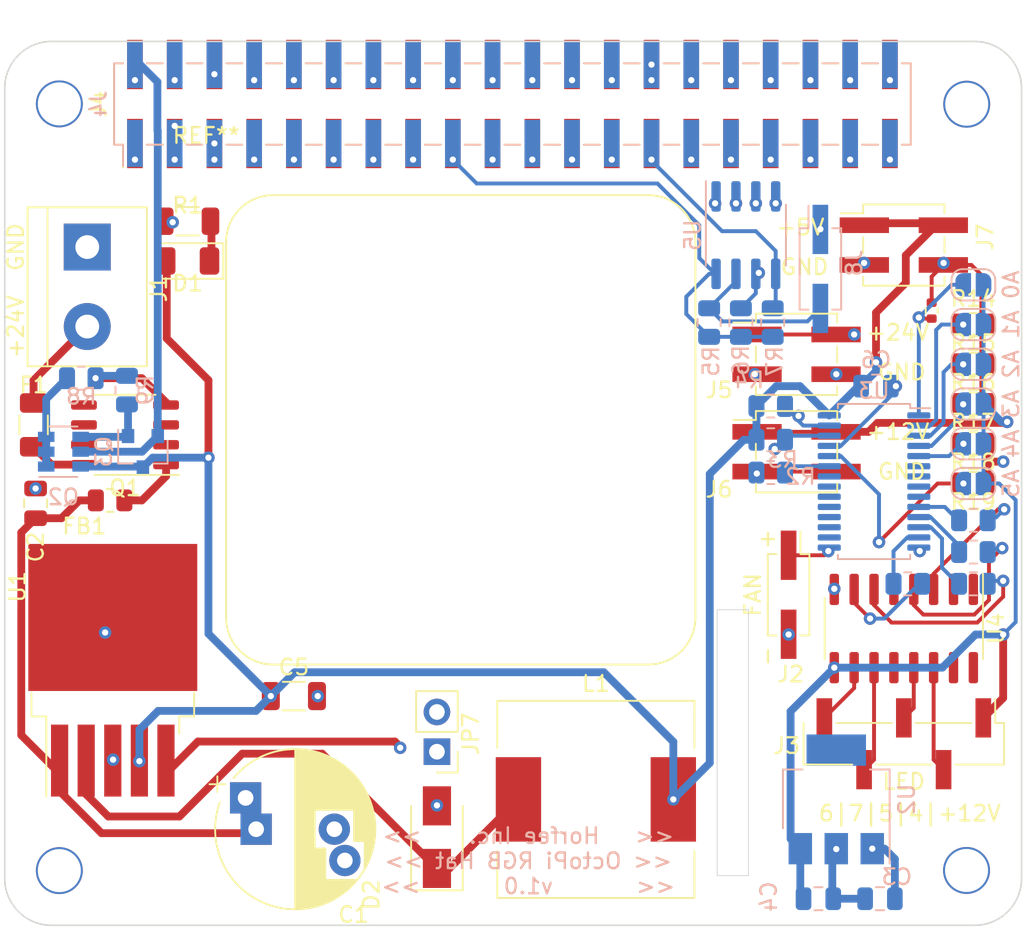
<source format=kicad_pcb>
(kicad_pcb (version 20171130) (host pcbnew "(5.1.8-0-10_14)")
  (title_block (title "OctoPI RGB HAT") (date 2021-07-16) (rev 1.0) (company "Horfee Inc.") (comment 1 "Compatible with Raspberry pi 2, 3 and 4"))
  (layers (0 F.Cu signal) (1 In1.Cu signal hide) (2 In2.Cu signal) (31 B.Cu signal) (34 B.Paste user) (35 F.Paste user hide) (36 B.SilkS user) (37 F.SilkS user hide) (38 B.Mask user) (39 F.Mask user hide) (44 Edge.Cuts user))
  (net 0 "")
  (net 1 GND)
  (net 2 +24V)
  (net 3 /SWITCHABLE_GND)
  (net 4 "Net-(D1-Pad1)")
  (net 5 "Net-(D2-Pad1)")
  (net 6 "Net-(F1-Pad2)")
  (net 7 "Net-(F1-Pad1)")
  (net 8 "Net-(FB1-Pad2)")
  (net 9 FAN_VCC)
  (net 10 "Net-(J3-Pad4)")
  (net 11 "Net-(J3-Pad2)")
  (net 12 "Net-(J3-Pad5)")
  (net 13 "Net-(J3-Pad3)")
  (net 14 "Net-(J4-Pad40)")
  (net 15 "Net-(J4-Pad39)")
  (net 16 "Net-(J4-Pad38)")
  (net 17 "Net-(J4-Pad37)")
  (net 18 "Net-(J4-Pad36)")
  (net 19 "Net-(J4-Pad35)")
  (net 20 "Net-(J4-Pad34)")
  (net 21 "Net-(J4-Pad33)")
  (net 22 "Net-(J4-Pad32)")
  (net 23 "Net-(J4-Pad31)")
  (net 24 "Net-(J4-Pad30)")
  (net 25 "Net-(J4-Pad29)")
  (net 26 "Net-(J4-Pad26)")
  (net 27 "Net-(J4-Pad25)")
  (net 28 "Net-(J4-Pad24)")
  (net 29 "Net-(J4-Pad23)")
  (net 30 "Net-(J4-Pad22)")
  (net 31 "Net-(J4-Pad21)")
  (net 32 "Net-(J4-Pad20)")
  (net 33 "Net-(J4-Pad19)")
  (net 34 "Net-(J4-Pad18)")
  (net 35 +3V3)
  (net 36 "Net-(J4-Pad16)")
  (net 37 "Net-(J4-Pad15)")
  (net 38 "Net-(J4-Pad14)")
  (net 39 "Net-(J4-Pad13)")
  (net 40 "Net-(J4-Pad12)")
  (net 41 "Net-(J4-Pad11)")
  (net 42 "Net-(J4-Pad10)")
  (net 43 "Net-(J4-Pad9)")
  (net 44 "Net-(J4-Pad8)")
  (net 45 "Net-(J4-Pad7)")
  (net 46 SCL)
  (net 47 SDA)
  (net 48 A0)
  (net 49 A1)
  (net 50 A2)
  (net 51 A3)
  (net 52 A4)
  (net 53 A5)
  (net 54 "Net-(R2-Pad2)")
  (net 55 LED_B)
  (net 56 LED_W)
  (net 57 LED_G)
  (net 58 LED_R)
  (net 59 "Net-(U3-Pad22)")
  (net 60 "Net-(U3-Pad21)")
  (net 61 "Net-(U3-Pad20)")
  (net 62 "Net-(U3-Pad19)")
  (net 63 "Net-(U3-Pad18)")
  (net 64 "Net-(U3-Pad17)")
  (net 65 "Net-(U3-Pad16)")
  (net 66 "Net-(U3-Pad9)")
  (net 67 "Net-(U3-Pad8)")
  (net 68 "Net-(U3-Pad7)")
  (net 69 "Net-(U3-Pad6)")
  (net 70 "Net-(U4-Pad16)")
  (net 71 "Net-(U4-Pad15)")
  (net 72 "Net-(U4-Pad2)")
  (net 73 "Net-(U4-Pad1)")
  (net 74 +12V)
  (net 75 +5V)
  (net 76 ID_SC_EEPROM)
  (net 77 ID_SD_EEPROM)
  (net 78 VCC5_PROTECTED)
  (net 79 "Net-(J8-Pad2)")
  (net 80 "Net-(Q2-Pad4)")
  (net 81 "Net-(Q2-Pad1)")
  (net 82 "Net-(U4-Pad12)")
  (net 83 "Net-(U4-Pad5)")
  (net 84 "Net-(J4-Pad4)")
  (net 85 "Net-(J4-Pad1)")
  (net 86 "Net-(R10-Pad1)")
  (net 87 "Net-(R11-Pad1)")
  (net 88 "Net-(R12-Pad2)")
  (net 89 "Net-(R13-Pad2)")
  (net 90 "Net-(Q1-Pad7)")
  (net 91 "Net-(Q1-Pad6)")
  (net 92 "Net-(Q1-Pad5)")
  (net 93 "Net-(Q1-Pad3)")
  (net 94 "Net-(Q1-Pad2)")
  (module Connector_PinHeader_2.54mm:PinHeader_1x02_P2.54mm_Vertical (layer F.Cu) (at 156.083 104.013 180)
    (fp_text reference JP7 (at -2.159 1.143 90) (layer F.SilkS))
    (fp_text value Jumper_2_Bridged)
    (pad 2 thru_hole oval (at 0 2.54 180) (size 1.7 1.7) (drill 1) (layers *.Cu *.Mask) (net 1 GND))
    (pad 1 thru_hole rect (at 0 0 180) (size 1.7 1.7) (drill 1) (layers *.Cu *.Mask) (net 3 /SWITCHABLE_GND))
  )
  (module Package_SO:SOP-8_3.9x4.9mm_P1.27mm (layer F.Cu) (at 136.144 83.7565 180)
    (fp_text reference Q1 (at 0 -3.4) (layer F.SilkS))
    (fp_text value AO4407C)
    (pad 8 smd roundrect (at 2.625 -1.905 180) (size 1.65 0.6) (layers F.Cu F.Paste F.Mask) (net 7 "Net-(F1-Pad1)"))
    (pad 7 smd roundrect (at 2.625 -0.635 180) (size 1.65 0.6) (layers F.Cu F.Paste F.Mask) (net 90 "Net-(Q1-Pad7)"))
    (pad 6 smd roundrect (at 2.625 0.635 180) (size 1.65 0.6) (layers F.Cu F.Paste F.Mask) (net 91 "Net-(Q1-Pad6)"))
    (pad 5 smd roundrect (at 2.625 1.905 180) (size 1.65 0.6) (layers F.Cu F.Paste F.Mask) (net 92 "Net-(Q1-Pad5)"))
    (pad 4 smd roundrect (at -2.625 1.905 180) (size 1.65 0.6) (layers F.Cu F.Paste F.Mask) (net 1 GND))
    (pad 3 smd roundrect (at -2.625 0.635 180) (size 1.65 0.6) (layers F.Cu F.Paste F.Mask) (net 93 "Net-(Q1-Pad3)"))
    (pad 2 smd roundrect (at -2.625 -0.635 180) (size 1.65 0.6) (layers F.Cu F.Paste F.Mask) (net 94 "Net-(Q1-Pad2)"))
    (pad 1 smd roundrect (at -2.625 -1.905 180) (size 1.65 0.6) (layers F.Cu F.Paste F.Mask) (net 8 "Net-(FB1-Pad2)"))
  )
  (module Resistor_SMD:R_0805_2012Metric (layer B.Cu) (at 177.419 81.915)
    (fp_text reference R4 (at -1.397 -1.651 180) (layer B.SilkS) (effects (justify mirror)))
    (fp_text value 2K2)
    (pad 2 smd roundrect (at 0.9125 0) (size 1.025 1.4) (layers B.Cu B.Paste B.Mask) (roundrect_rratio 0.243902) (net 47 SDA))
    (pad 1 smd roundrect (at -0.9125 0) (size 1.025 1.4) (layers B.Cu B.Paste B.Mask) (roundrect_rratio 0.243902) (net 75 +5V))
  )
  (module Resistor_SMD:R_0805_2012Metric (layer B.Cu) (at 177.419 84.074)
    (fp_text reference R3 (at 0.762 1.27 180) (layer B.SilkS) (effects (justify mirror)))
    (fp_text value 2K2)
    (pad 2 smd roundrect (at 0.9125 0) (size 1.025 1.4) (layers B.Cu B.Paste B.Mask) (roundrect_rratio 0.243902) (net 46 SCL))
    (pad 1 smd roundrect (at -0.9125 0) (size 1.025 1.4) (layers B.Cu B.Paste B.Mask) (roundrect_rratio 0.243902) (net 75 +5V))
  )
  (module Resistor_SMD:R_0805_2012Metric (layer B.Cu) (at 177.419 86.1695)
    (fp_text reference R2 (at 1.905 0.254) (layer B.SilkS) (effects (justify mirror)))
    (fp_text value 10k)
    (pad 2 smd roundrect (at 0.9125 0) (size 1.025 1.4) (layers B.Cu B.Paste B.Mask) (roundrect_rratio 0.243902) (net 54 "Net-(R2-Pad2)"))
    (pad 1 smd roundrect (at -0.9125 0) (size 1.025 1.4) (layers B.Cu B.Paste B.Mask) (roundrect_rratio 0.243902) (net 1 GND))
  )
  (module Resistor_SMD:R_0805_2012Metric (layer B.Cu) (at 177.546 76.581 270)
    (fp_text reference R7 (at 2.4765 -0.127 270) (layer B.SilkS) (effects (justify mirror)))
    (fp_text value 3.9K)
    (pad 2 smd roundrect (at 0.9125 0 270) (size 1.025 1.4) (layers B.Cu B.Paste B.Mask) (roundrect_rratio 0.243902) (net 35 +3V3))
    (pad 1 smd roundrect (at -0.9125 0 270) (size 1.025 1.4) (layers B.Cu B.Paste B.Mask) (roundrect_rratio 0.243902) (net 77 ID_SD_EEPROM))
  )
  (module Resistor_SMD:R_0805_2012Metric (layer B.Cu) (at 175.514 76.581 270)
    (fp_text reference R6 (at 2.413 0 270) (layer B.SilkS) (effects (justify mirror)))
    (fp_text value 3.9K)
    (pad 2 smd roundrect (at 0.9125 0 270) (size 1.025 1.4) (layers B.Cu B.Paste B.Mask) (roundrect_rratio 0.243902) (net 35 +3V3))
    (pad 1 smd roundrect (at -0.9125 0 270) (size 1.025 1.4) (layers B.Cu B.Paste B.Mask) (roundrect_rratio 0.243902) (net 76 ID_SC_EEPROM))
  )
  (module Resistor_SMD:R_0805_2012Metric (layer B.Cu) (at 173.482 76.581 270)
    (fp_text reference R5 (at 2.4765 -0.127 270) (layer B.SilkS) (effects (justify mirror)))
    (fp_text value 10k)
    (pad 2 smd roundrect (at 0.9125 0 270) (size 1.025 1.4) (layers B.Cu B.Paste B.Mask) (roundrect_rratio 0.243902) (net 35 +3V3))
    (pad 1 smd roundrect (at -0.9125 0 270) (size 1.025 1.4) (layers B.Cu B.Paste B.Mask) (roundrect_rratio 0.243902) (net 79 "Net-(J8-Pad2)"))
  )
  (module Resistor_SMD:R_0805_2012Metric (layer B.Cu) (at 133.35 80.137)
    (fp_text reference R8 (at 0 1.17) (layer B.SilkS) (effects (justify mirror)))
    (fp_text value 10K)
    (pad 2 smd roundrect (at 0.9125 0) (size 1.025 1.4) (layers B.Cu B.Paste B.Mask) (roundrect_rratio 0.243902) (net 1 GND))
    (pad 1 smd roundrect (at -0.9125 0) (size 1.025 1.4) (layers B.Cu B.Paste B.Mask) (roundrect_rratio 0.243902) (net 81 "Net-(Q2-Pad1)"))
  )
  (module Resistor_SMD:R_0805_2012Metric (layer B.Cu) (at 136.271 80.899 90)
    (fp_text reference R9 (at 0 1.17 90) (layer B.SilkS) (effects (justify mirror)))
    (fp_text value 10K)
    (pad 2 smd roundrect (at 0.9125 0 90) (size 1.025 1.4) (layers B.Cu B.Paste B.Mask) (roundrect_rratio 0.243902) (net 1 GND))
    (pad 1 smd roundrect (at -0.9125 0 90) (size 1.025 1.4) (layers B.Cu B.Paste B.Mask) (roundrect_rratio 0.243902) (net 80 "Net-(Q2-Pad4)"))
  )
  (module Capacitor_SMD:C_0805_2012Metric (layer B.Cu) (at 184.404 113.411 180)
    (fp_text reference C3 (at -1.0795 1.397 180) (layer B.SilkS) (effects (justify mirror)))
    (fp_text value 0.47uF)
    (pad 2 smd roundrect (at 0.95 0 180) (size 1 1.45) (layers B.Cu B.Paste B.Mask) (net 3 /SWITCHABLE_GND))
    (pad 1 smd roundrect (at -0.95 0 180) (size 1 1.45) (layers B.Cu B.Paste B.Mask) (net 2 +24V))
  )
  (module Resistor_SMD:R_0805_2012Metric (layer B.Cu) (at 190.373 89.2175)
    (fp_text reference R13 hide)
    (fp_text value 10K hide)
    (pad 2 smd roundrect (at 0.9125 0) (size 1.025 1.4) (layers B.Cu B.Paste B.Mask) (roundrect_rratio 0.243902) (net 89 "Net-(R13-Pad2)"))
    (pad 1 smd roundrect (at -0.9125 0) (size 1.025 1.4) (layers B.Cu B.Paste B.Mask) (roundrect_rratio 0.243902) (net 58 LED_R))
  )
  (module Resistor_SMD:R_0805_2012Metric (layer B.Cu) (at 190.373 91.2495)
    (fp_text reference R12 hide)
    (fp_text value 10K hide)
    (pad 2 smd roundrect (at 0.9125 0) (size 1.025 1.4) (layers B.Cu B.Paste B.Mask) (roundrect_rratio 0.243902) (net 88 "Net-(R12-Pad2)"))
    (pad 1 smd roundrect (at -0.9125 0) (size 1.025 1.4) (layers B.Cu B.Paste B.Mask) (roundrect_rratio 0.243902) (net 57 LED_G))
  )
  (module Resistor_SMD:R_0805_2012Metric (layer B.Cu) (at 190.373 93.2815 180)
    (fp_text reference R11 hide)
    (fp_text value 10K hide)
    (pad 2 smd roundrect (at 0.9125 0 180) (size 1.025 1.4) (layers B.Cu B.Paste B.Mask) (roundrect_rratio 0.243902) (net 55 LED_B))
    (pad 1 smd roundrect (at -0.9125 0 180) (size 1.025 1.4) (layers B.Cu B.Paste B.Mask) (roundrect_rratio 0.243902) (net 87 "Net-(R11-Pad1)"))
  )
  (module Resistor_SMD:R_0805_2012Metric (layer B.Cu) (at 186.182 93.2815 180)
    (fp_text reference R10 hide)
    (fp_text value 10K hide)
    (pad 2 smd roundrect (at 0.9125 0 180) (size 1.025 1.4) (layers B.Cu B.Paste B.Mask) (roundrect_rratio 0.243902) (net 56 LED_W))
    (pad 1 smd roundrect (at -0.9125 0 180) (size 1.025 1.4) (layers B.Cu B.Paste B.Mask) (roundrect_rratio 0.243902) (net 86 "Net-(R10-Pad1)"))
  )
  (module Resistor_SMD:R_0805_2012Metric (layer F.Cu) (at 190.373 76.708 180)
    (fp_text reference R15 (at 0 -1.17) (layer F.SilkS))
    (fp_text value 10K)
    (pad 2 smd roundrect (at 0.9125 0 180) (size 1.025 1.4) (layers F.Cu F.Paste F.Mask) (roundrect_rratio 0.243902) (net 49 A1))
    (pad 1 smd roundrect (at -0.9125 0 180) (size 1.025 1.4) (layers F.Cu F.Paste F.Mask) (roundrect_rratio 0.243902) (net 1 GND))
  )
  (module Resistor_SMD:R_0805_2012Metric (layer F.Cu) (at 190.373 79.248 180)
    (fp_text reference R16 (at 0 -1.17) (layer F.SilkS))
    (fp_text value 10K)
    (pad 2 smd roundrect (at 0.9125 0 180) (size 1.025 1.4) (layers F.Cu F.Paste F.Mask) (roundrect_rratio 0.243902) (net 50 A2))
    (pad 1 smd roundrect (at -0.9125 0 180) (size 1.025 1.4) (layers F.Cu F.Paste F.Mask) (roundrect_rratio 0.243902) (net 1 GND))
  )
  (module Resistor_SMD:R_0805_2012Metric (layer F.Cu) (at 190.373 81.788 180)
    (fp_text reference R17 (at 0 -1.17) (layer F.SilkS))
    (fp_text value 10K)
    (pad 2 smd roundrect (at 0.9125 0 180) (size 1.025 1.4) (layers F.Cu F.Paste F.Mask) (roundrect_rratio 0.243902) (net 51 A3))
    (pad 1 smd roundrect (at -0.9125 0 180) (size 1.025 1.4) (layers F.Cu F.Paste F.Mask) (roundrect_rratio 0.243902) (net 1 GND))
  )
  (module Resistor_SMD:R_0805_2012Metric (layer F.Cu) (at 190.373 84.328 180)
    (fp_text reference R18 (at 0 -1.17) (layer F.SilkS))
    (fp_text value 10K)
    (pad 2 smd roundrect (at 0.9125 0 180) (size 1.025 1.4) (layers F.Cu F.Paste F.Mask) (roundrect_rratio 0.243902) (net 52 A4))
    (pad 1 smd roundrect (at -0.9125 0 180) (size 1.025 1.4) (layers F.Cu F.Paste F.Mask) (roundrect_rratio 0.243902) (net 1 GND))
  )
  (module Resistor_SMD:R_0805_2012Metric (layer F.Cu) (at 190.373 86.868 180)
    (fp_text reference R19 (at 0 -1.17) (layer F.SilkS))
    (fp_text value 10K)
    (pad 2 smd roundrect (at 0.9125 0 180) (size 1.025 1.4) (layers F.Cu F.Paste F.Mask) (roundrect_rratio 0.243902) (net 53 A5))
    (pad 1 smd roundrect (at -0.9125 0 180) (size 1.025 1.4) (layers F.Cu F.Paste F.Mask) (roundrect_rratio 0.243902) (net 1 GND))
  )
  (module Resistor_SMD:R_0402_1005Metric (layer F.Cu) (at 187.706 75.819 270)
    (fp_text reference R14 (at -0.762 -2.667 180) (layer F.SilkS))
    (fp_text value 10K)
    (pad 2 smd roundrect (at 0.51 0 270) (size 0.54 0.64) (layers F.Cu F.Paste F.Mask) (net 48 A0))
    (pad 1 smd roundrect (at -0.51 0 270) (size 0.54 0.64) (layers F.Cu F.Paste F.Mask) (net 1 GND))
  )
  (module LED_SMD:LED_1206_3216Metric (layer F.Cu) (at 140.1445 72.644 180)
    (fp_text reference D1 (at 0 -1.43) (layer F.SilkS))
    (fp_text value GREEN)
    (pad 2 smd roundrect (at 1.4 0 180) (size 1.25 1.75) (layers F.Cu F.Paste F.Mask) (roundrect_rratio 0.2) (net 75 +5V))
    (pad 1 smd roundrect (at -1.4 0 180) (size 1.25 1.75) (layers F.Cu F.Paste F.Mask) (roundrect_rratio 0.2) (net 4 "Net-(D1-Pad1)"))
  )
  (module Resistor_SMD:R_1206_3216Metric (layer F.Cu) (at 140.1445 70.104 180)
    (fp_text reference R1 (at 0 1.016 180) (layer F.SilkS))
    (fp_text value 470)
    (pad 2 smd roundrect (at 1.4625 0 180) (size 1.125 1.75) (layers F.Cu F.Paste F.Mask) (roundrect_rratio 0.222222) (net 1 GND))
    (pad 1 smd roundrect (at -1.4625 0 180) (size 1.125 1.75) (layers F.Cu F.Paste F.Mask) (roundrect_rratio 0.222222) (net 4 "Net-(D1-Pad1)"))
  )
  (module Capacitor_SMD:C_1206_3216Metric (layer F.Cu) (at 146.939 100.457)
    (fp_text reference C5 (at 0 -1.85) (layer F.SilkS))
    (fp_text value 220uF)
    (pad 2 smd roundrect (at 1.475 0) (size 1.15 1.8) (layers F.Cu F.Paste F.Mask) (roundrect_rratio 0.2173904347826087) (net 1 GND))
    (pad 1 smd roundrect (at -1.475 0) (size 1.15 1.8) (layers F.Cu F.Paste F.Mask) (roundrect_rratio 0.2173904347826087) (net 75 +5V))
  )
  (module Package_SO:SOIC-8_3.9x4.9mm_P1.27mm (layer B.Cu) (at 175.8315 70.993 270)
    (fp_text reference U5 (at 0 3.4 90) (layer B.SilkS) (effects (justify mirror)))
    (fp_text value FM24C64B)
    (pad 8 smd roundrect (at 2.475 1.905 270) (size 1.95 0.6) (layers B.Cu B.Paste B.Mask) (net 35 +3V3))
    (pad 7 smd roundrect (at 2.475 0.635 270) (size 1.95 0.6) (layers B.Cu B.Paste B.Mask) (net 79 "Net-(J8-Pad2)"))
    (pad 6 smd roundrect (at 2.475 -0.635 270) (size 1.95 0.6) (layers B.Cu B.Paste B.Mask) (net 76 ID_SC_EEPROM))
    (pad 5 smd roundrect (at 2.475 -1.905 270) (size 1.95 0.6) (layers B.Cu B.Paste B.Mask) (net 77 ID_SD_EEPROM))
    (pad 4 smd roundrect (at -2.475 -1.905 270) (size 1.95 0.6) (layers B.Cu B.Paste B.Mask) (net 1 GND))
    (pad 3 smd roundrect (at -2.475 -0.635 270) (size 1.95 0.6) (layers B.Cu B.Paste B.Mask) (net 1 GND))
    (pad 2 smd roundrect (at -2.475 0.635 270) (size 1.95 0.6) (layers B.Cu B.Paste B.Mask) (net 1 GND))
    (pad 1 smd roundrect (at -2.475 1.905 270) (size 1.95 0.6) (layers B.Cu B.Paste B.Mask) (net 1 GND))
  )
  (module Capacitor_SMD:C_0805_2012Metric (layer B.Cu) (at 180.467 113.411)
    (fp_text reference C4 (at -3.175 -0.127 90) (layer B.SilkS) (effects (justify mirror)))
    (fp_text value 22uF)
    (pad 2 smd roundrect (at 0.95 0) (size 1 1.45) (layers B.Cu B.Paste B.Mask) (net 3 /SWITCHABLE_GND))
    (pad 1 smd roundrect (at -0.95 0) (size 1 1.45) (layers B.Cu B.Paste B.Mask) (net 74 +12V))
  )
  (module Connector_PinHeader_2.54mm:PinHeader_2x01_P2.54mm_Vertical_SMD (layer F.Cu) (at 178.562 93.98 270)
    (fp_text reference J2 (at 5.08 -0.127 180) (layer F.SilkS))
    (fp_text value Fan)
    (pad 2 smd rect (at 2.525 0 270) (size 3.15 1) (layers F.Cu F.Paste F.Mask) (net 1 GND))
    (pad 1 smd rect (at -2.525 0 270) (size 3.15 1) (layers F.Cu F.Paste F.Mask) (net 9 FAN_VCC))
  )
  (module Connector_PinHeader_2.54mm:PinHeader_2x01_P2.54mm_Vertical_SMD (layer B.Cu) (at 180.594 73.152 270)
    (fp_text reference J8 (at -0.381 -2.159 270) (layer B.SilkS) (effects (justify mirror)))
    (fp_text value "Jumper Write")
    (pad 2 smd rect (at 2.525 0 270) (size 3.15 1) (layers B.Cu B.Paste B.Mask) (net 79 "Net-(J8-Pad2)"))
    (pad 1 smd rect (at -2.525 0 270) (size 3.15 1) (layers B.Cu B.Paste B.Mask) (net 1 GND))
  )
  (module Diode_SMD:D_SMA (layer F.Cu) (at 156.083 109.474 90)
    (fp_text reference D2 (at -3.683 -4.191 90) (layer F.SilkS))
    (fp_text value 1N5824)
    (pad 2 smd rect (at 2 0 90) (size 2.5 1.8) (layers F.Cu F.Paste F.Mask) (net 1 GND))
    (pad 1 smd rect (at -2 0 90) (size 2.5 1.8) (layers F.Cu F.Paste F.Mask) (net 5 "Net-(D2-Pad1)"))
  )
  (module Connector_PinHeader_2.54mm:PinHeader_2x20_P2.54mm_Vertical_SMD (layer F.Cu) (at 160.909 62.611 90)
    (fp_text reference J4 (at 0 -26.46 90) (layer F.SilkS))
    (fp_text value Raspberry_Pi_2_3)
    (pad 40 smd rect (at 2.525 24.13 90) (size 3.15 1) (layers F.Cu F.Paste F.Mask) (net 14 "Net-(J4-Pad40)"))
    (pad 39 smd rect (at -2.525 24.13 90) (size 3.15 1) (layers F.Cu F.Paste F.Mask) (net 15 "Net-(J4-Pad39)"))
    (pad 38 smd rect (at 2.525 21.59 90) (size 3.15 1) (layers F.Cu F.Paste F.Mask) (net 16 "Net-(J4-Pad38)"))
    (pad 37 smd rect (at -2.525 21.59 90) (size 3.15 1) (layers F.Cu F.Paste F.Mask) (net 17 "Net-(J4-Pad37)"))
    (pad 36 smd rect (at 2.525 19.05 90) (size 3.15 1) (layers F.Cu F.Paste F.Mask) (net 18 "Net-(J4-Pad36)"))
    (pad 35 smd rect (at -2.525 19.05 90) (size 3.15 1) (layers F.Cu F.Paste F.Mask) (net 19 "Net-(J4-Pad35)"))
    (pad 34 smd rect (at 2.525 16.51 90) (size 3.15 1) (layers F.Cu F.Paste F.Mask) (net 20 "Net-(J4-Pad34)"))
    (pad 33 smd rect (at -2.525 16.51 90) (size 3.15 1) (layers F.Cu F.Paste F.Mask) (net 21 "Net-(J4-Pad33)"))
    (pad 32 smd rect (at 2.525 13.97 90) (size 3.15 1) (layers F.Cu F.Paste F.Mask) (net 22 "Net-(J4-Pad32)"))
    (pad 31 smd rect (at -2.525 13.97 90) (size 3.15 1) (layers F.Cu F.Paste F.Mask) (net 23 "Net-(J4-Pad31)"))
    (pad 30 smd rect (at 2.525 11.43 90) (size 3.15 1) (layers F.Cu F.Paste F.Mask) (net 24 "Net-(J4-Pad30)"))
    (pad 29 smd rect (at -2.525 11.43 90) (size 3.15 1) (layers F.Cu F.Paste F.Mask) (net 25 "Net-(J4-Pad29)"))
    (pad 28 smd rect (at 2.525 8.89 90) (size 3.15 1) (layers F.Cu F.Paste F.Mask) (net 76 ID_SC_EEPROM))
    (pad 27 smd rect (at -2.525 8.89 90) (size 3.15 1) (layers F.Cu F.Paste F.Mask) (net 77 ID_SD_EEPROM))
    (pad 26 smd rect (at 2.525 6.35 90) (size 3.15 1) (layers F.Cu F.Paste F.Mask) (net 26 "Net-(J4-Pad26)"))
    (pad 25 smd rect (at -2.525 6.35 90) (size 3.15 1) (layers F.Cu F.Paste F.Mask) (net 27 "Net-(J4-Pad25)"))
    (pad 24 smd rect (at 2.525 3.81 90) (size 3.15 1) (layers F.Cu F.Paste F.Mask) (net 28 "Net-(J4-Pad24)"))
    (pad 23 smd rect (at -2.525 3.81 90) (size 3.15 1) (layers F.Cu F.Paste F.Mask) (net 29 "Net-(J4-Pad23)"))
    (pad 22 smd rect (at 2.525 1.27 90) (size 3.15 1) (layers F.Cu F.Paste F.Mask) (net 30 "Net-(J4-Pad22)"))
    (pad 21 smd rect (at -2.525 1.27 90) (size 3.15 1) (layers F.Cu F.Paste F.Mask) (net 31 "Net-(J4-Pad21)"))
    (pad 20 smd rect (at 2.525 -1.27 90) (size 3.15 1) (layers F.Cu F.Paste F.Mask) (net 32 "Net-(J4-Pad20)"))
    (pad 19 smd rect (at -2.525 -1.27 90) (size 3.15 1) (layers F.Cu F.Paste F.Mask) (net 33 "Net-(J4-Pad19)"))
    (pad 18 smd rect (at 2.525 -3.81 90) (size 3.15 1) (layers F.Cu F.Paste F.Mask) (net 34 "Net-(J4-Pad18)"))
    (pad 17 smd rect (at -2.525 -3.81 90) (size 3.15 1) (layers F.Cu F.Paste F.Mask) (net 35 +3V3))
    (pad 16 smd rect (at 2.525 -6.35 90) (size 3.15 1) (layers F.Cu F.Paste F.Mask) (net 36 "Net-(J4-Pad16)"))
    (pad 15 smd rect (at -2.525 -6.35 90) (size 3.15 1) (layers F.Cu F.Paste F.Mask) (net 37 "Net-(J4-Pad15)"))
    (pad 14 smd rect (at 2.525 -8.89 90) (size 3.15 1) (layers F.Cu F.Paste F.Mask) (net 38 "Net-(J4-Pad14)"))
    (pad 13 smd rect (at -2.525 -8.89 90) (size 3.15 1) (layers F.Cu F.Paste F.Mask) (net 39 "Net-(J4-Pad13)"))
    (pad 12 smd rect (at 2.525 -11.43 90) (size 3.15 1) (layers F.Cu F.Paste F.Mask) (net 40 "Net-(J4-Pad12)"))
    (pad 11 smd rect (at -2.525 -11.43 90) (size 3.15 1) (layers F.Cu F.Paste F.Mask) (net 41 "Net-(J4-Pad11)"))
    (pad 10 smd rect (at 2.525 -13.97 90) (size 3.15 1) (layers F.Cu F.Paste F.Mask) (net 42 "Net-(J4-Pad10)"))
    (pad 9 smd rect (at -2.525 -13.97 90) (size 3.15 1) (layers F.Cu F.Paste F.Mask) (net 43 "Net-(J4-Pad9)"))
    (pad 8 smd rect (at 2.525 -16.51 90) (size 3.15 1) (layers F.Cu F.Paste F.Mask) (net 44 "Net-(J4-Pad8)"))
    (pad 7 smd rect (at -2.525 -16.51 90) (size 3.15 1) (layers F.Cu F.Paste F.Mask) (net 45 "Net-(J4-Pad7)"))
    (pad 6 smd rect (at 2.525 -19.05 90) (size 3.15 1) (layers F.Cu F.Paste F.Mask) (net 1 GND))
    (pad 5 smd rect (at -2.525 -19.05 90) (size 3.15 1) (layers F.Cu F.Paste F.Mask) (net 46 SCL))
    (pad 4 smd rect (at 2.525 -21.59 90) (size 3.15 1) (layers F.Cu F.Paste F.Mask) (net 84 "Net-(J4-Pad4)"))
    (pad 3 smd rect (at -2.525 -21.59 90) (size 3.15 1) (layers F.Cu F.Paste F.Mask) (net 47 SDA))
    (pad 2 smd rect (at 2.525 -24.13 90) (size 3.15 1) (layers F.Cu F.Paste F.Mask) (net 78 VCC5_PROTECTED))
    (pad 1 smd rect (at -2.525 -24.13 90) (size 3.15 1) (layers F.Cu F.Paste F.Mask) (net 85 "Net-(J4-Pad1)"))
  )
  (module Package_TO_SOT_SMD:SOT-223 (layer B.Cu) (at 181.61 107.061 90)
    (fp_text reference U2 (at 0 4.5 270) (layer B.SilkS) (effects (justify mirror)))
    (fp_text value LM2940G-12V-AA3-R)
    (pad 1 smd rect (at -3.15 2.3 90) (size 2 1.5) (layers B.Cu B.Paste B.Mask) (net 2 +24V))
    (pad 3 smd rect (at -3.15 -2.3 90) (size 2 1.5) (layers B.Cu B.Paste B.Mask) (net 74 +12V))
    (pad 2 smd rect (at -3.15 0 90) (size 2 1.5) (layers B.Cu B.Paste B.Mask) (net 3 /SWITCHABLE_GND))
    (pad 4 smd rect (at 3.15 0 90) (size 2 3.8) (layers B.Cu B.Paste B.Mask))
  )
  (module project_footprints:NPTH_3mm_ID (layer F.Cu) (at 189.946644 62.623389)
    (fp_text reference H4 (at 0.06 0.09) (layer F.SilkS))
    (fp_text value 3mm_Mounting_Hole)
    (pad "" np_thru_hole circle (at 0 0) (size 3 3) (drill 2.75) (layers *.Cu *.Mask) (clearance 1.6))
  )
  (module project_footprints:NPTH_3mm_ID (layer F.Cu) (at 131.946644 62.603389)
    (fp_text reference H3 (at 0.06 0.09) (layer F.SilkS))
    (fp_text value 3mm_Mounting_Hole)
    (pad "" np_thru_hole circle (at 0 0) (size 3 3) (drill 2.75) (layers *.Cu *.Mask) (clearance 1.6))
  )
  (module project_footprints:NPTH_3mm_ID (layer F.Cu) (at 131.946644 111.613389)
    (fp_text reference H2 (at 0.06 0.09) (layer F.SilkS))
    (fp_text value 3mm_Mounting_Hole)
    (pad "" np_thru_hole circle (at 0 0) (size 3 3) (drill 2.75) (layers *.Cu *.Mask) (clearance 1.6))
  )
  (module project_footprints:NPTH_3mm_ID (layer F.Cu) (at 189.936644 111.603389)
    (fp_text reference H1 (at 0.06 0.09) (layer F.SilkS))
    (fp_text value 3mm_Mounting_Hole)
    (pad "" np_thru_hole circle (at 0 0) (size 3 3) (drill 2.75) (layers *.Cu *.Mask) (clearance 1.6))
  )
  (module MountingEquipment:Fan_30x30x10_2Pin (layer F.Cu) (at 142.607 68.439)
    (fp_text reference REF** (at -1.27 -3.81) (layer F.SilkS))
    (fp_text value Fan_30x30x10_2Pin)
    (pad "" np_thru_hole circle (at 15 15) (size 28.5 28.5) (drill 28.5) (layers *.Cu *.Mask))
    (pad "" np_thru_hole circle (at 3 27) (size 3.2 3.2) (drill 3.2) (layers *.Cu *.Mask))
    (pad "" np_thru_hole circle (at 27 27) (size 3.2 3.2) (drill 3.2) (layers *.Cu *.Mask))
    (pad "" np_thru_hole circle (at 27 3) (size 3.2 3.2) (drill 3.2) (layers *.Cu *.Mask))
    (pad "" np_thru_hole circle (at 3 3) (size 3.2 3.2) (drill 3.2) (layers *.Cu *.Mask))
  )
  (module Connector_PinSocket_2.54mm:PinSocket_2x20_P2.54mm_Vertical_SMD (layer B.Cu) (at 160.909 62.611 270)
    (fp_text reference J4 (at 0 26.46 270) (layer B.SilkS) (effects (justify mirror)))
    (fp_text value Raspberry_Pi_2_3)
    (pad 40 smd rect (at -2.52 -24.13 270) (size 3 1) (layers B.Cu B.Paste B.Mask) (net 14 "Net-(J4-Pad40)"))
    (pad 39 smd rect (at 2.52 -24.13 270) (size 3 1) (layers B.Cu B.Paste B.Mask) (net 15 "Net-(J4-Pad39)"))
    (pad 38 smd rect (at -2.52 -21.59 270) (size 3 1) (layers B.Cu B.Paste B.Mask) (net 16 "Net-(J4-Pad38)"))
    (pad 37 smd rect (at 2.52 -21.59 270) (size 3 1) (layers B.Cu B.Paste B.Mask) (net 17 "Net-(J4-Pad37)"))
    (pad 36 smd rect (at -2.52 -19.05 270) (size 3 1) (layers B.Cu B.Paste B.Mask) (net 18 "Net-(J4-Pad36)"))
    (pad 35 smd rect (at 2.52 -19.05 270) (size 3 1) (layers B.Cu B.Paste B.Mask) (net 19 "Net-(J4-Pad35)"))
    (pad 34 smd rect (at -2.52 -16.51 270) (size 3 1) (layers B.Cu B.Paste B.Mask) (net 20 "Net-(J4-Pad34)"))
    (pad 33 smd rect (at 2.52 -16.51 270) (size 3 1) (layers B.Cu B.Paste B.Mask) (net 21 "Net-(J4-Pad33)"))
    (pad 32 smd rect (at -2.52 -13.97 270) (size 3 1) (layers B.Cu B.Paste B.Mask) (net 22 "Net-(J4-Pad32)"))
    (pad 31 smd rect (at 2.52 -13.97 270) (size 3 1) (layers B.Cu B.Paste B.Mask) (net 23 "Net-(J4-Pad31)"))
    (pad 30 smd rect (at -2.52 -11.43 270) (size 3 1) (layers B.Cu B.Paste B.Mask) (net 24 "Net-(J4-Pad30)"))
    (pad 29 smd rect (at 2.52 -11.43 270) (size 3 1) (layers B.Cu B.Paste B.Mask) (net 25 "Net-(J4-Pad29)"))
    (pad 28 smd rect (at -2.52 -8.89 270) (size 3 1) (layers B.Cu B.Paste B.Mask) (net 76 ID_SC_EEPROM))
    (pad 27 smd rect (at 2.52 -8.89 270) (size 3 1) (layers B.Cu B.Paste B.Mask) (net 77 ID_SD_EEPROM))
    (pad 26 smd rect (at -2.52 -6.35 270) (size 3 1) (layers B.Cu B.Paste B.Mask) (net 26 "Net-(J4-Pad26)"))
    (pad 25 smd rect (at 2.52 -6.35 270) (size 3 1) (layers B.Cu B.Paste B.Mask) (net 27 "Net-(J4-Pad25)"))
    (pad 24 smd rect (at -2.52 -3.81 270) (size 3 1) (layers B.Cu B.Paste B.Mask) (net 28 "Net-(J4-Pad24)"))
    (pad 23 smd rect (at 2.52 -3.81 270) (size 3 1) (layers B.Cu B.Paste B.Mask) (net 29 "Net-(J4-Pad23)"))
    (pad 22 smd rect (at -2.52 -1.27 270) (size 3 1) (layers B.Cu B.Paste B.Mask) (net 30 "Net-(J4-Pad22)"))
    (pad 21 smd rect (at 2.52 -1.27 270) (size 3 1) (layers B.Cu B.Paste B.Mask) (net 31 "Net-(J4-Pad21)"))
    (pad 20 smd rect (at -2.52 1.27 270) (size 3 1) (layers B.Cu B.Paste B.Mask) (net 32 "Net-(J4-Pad20)"))
    (pad 19 smd rect (at 2.52 1.27 270) (size 3 1) (layers B.Cu B.Paste B.Mask) (net 33 "Net-(J4-Pad19)"))
    (pad 18 smd rect (at -2.52 3.81 270) (size 3 1) (layers B.Cu B.Paste B.Mask) (net 34 "Net-(J4-Pad18)"))
    (pad 17 smd rect (at 2.52 3.81 270) (size 3 1) (layers B.Cu B.Paste B.Mask) (net 35 +3V3))
    (pad 16 smd rect (at -2.52 6.35 270) (size 3 1) (layers B.Cu B.Paste B.Mask) (net 36 "Net-(J4-Pad16)"))
    (pad 15 smd rect (at 2.52 6.35 270) (size 3 1) (layers B.Cu B.Paste B.Mask) (net 37 "Net-(J4-Pad15)"))
    (pad 14 smd rect (at -2.52 8.89 270) (size 3 1) (layers B.Cu B.Paste B.Mask) (net 38 "Net-(J4-Pad14)"))
    (pad 13 smd rect (at 2.52 8.89 270) (size 3 1) (layers B.Cu B.Paste B.Mask) (net 39 "Net-(J4-Pad13)"))
    (pad 12 smd rect (at -2.52 11.43 270) (size 3 1) (layers B.Cu B.Paste B.Mask) (net 40 "Net-(J4-Pad12)"))
    (pad 11 smd rect (at 2.52 11.43 270) (size 3 1) (layers B.Cu B.Paste B.Mask) (net 41 "Net-(J4-Pad11)"))
    (pad 10 smd rect (at -2.52 13.97 270) (size 3 1) (layers B.Cu B.Paste B.Mask) (net 42 "Net-(J4-Pad10)"))
    (pad 9 smd rect (at 2.52 13.97 270) (size 3 1) (layers B.Cu B.Paste B.Mask) (net 43 "Net-(J4-Pad9)"))
    (pad 8 smd rect (at -2.52 16.51 270) (size 3 1) (layers B.Cu B.Paste B.Mask) (net 44 "Net-(J4-Pad8)"))
    (pad 7 smd rect (at 2.52 16.51 270) (size 3 1) (layers B.Cu B.Paste B.Mask) (net 45 "Net-(J4-Pad7)"))
    (pad 6 smd rect (at -2.52 19.05 270) (size 3 1) (layers B.Cu B.Paste B.Mask) (net 1 GND))
    (pad 5 smd rect (at 2.52 19.05 270) (size 3 1) (layers B.Cu B.Paste B.Mask) (net 46 SCL))
    (pad 4 smd rect (at -2.52 21.59 270) (size 3 1) (layers B.Cu B.Paste B.Mask) (net 84 "Net-(J4-Pad4)"))
    (pad 3 smd rect (at 2.52 21.59 270) (size 3 1) (layers B.Cu B.Paste B.Mask) (net 47 SDA))
    (pad 2 smd rect (at -2.52 24.13 270) (size 3 1) (layers B.Cu B.Paste B.Mask) (net 78 VCC5_PROTECTED))
    (pad 1 smd rect (at 2.52 24.13 270) (size 3 1) (layers B.Cu B.Paste B.Mask) (net 85 "Net-(J4-Pad1)"))
  )
  (module Package_SO:TSSOP-28_4.4x9.7mm_P0.65mm (layer B.Cu) (at 184.023 86.741 180)
    (fp_text reference U3 (at 0 5.8 180) (layer B.SilkS) (effects (justify mirror)))
    (fp_text value PCA9685PW)
    (pad 28 smd roundrect (at 2.8625 4.225 180) (size 1.475 0.4) (layers B.Cu B.Paste B.Mask) (net 75 +5V))
    (pad 27 smd roundrect (at 2.8625 3.575 180) (size 1.475 0.4) (layers B.Cu B.Paste B.Mask) (net 47 SDA))
    (pad 26 smd roundrect (at 2.8625 2.925 180) (size 1.475 0.4) (layers B.Cu B.Paste B.Mask) (net 46 SCL))
    (pad 25 smd roundrect (at 2.8625 2.275 180) (size 1.475 0.4) (layers B.Cu B.Paste B.Mask) (net 1 GND))
    (pad 24 smd roundrect (at 2.8625 1.625 180) (size 1.475 0.4) (layers B.Cu B.Paste B.Mask) (net 53 A5))
    (pad 23 smd roundrect (at 2.8625 0.975 180) (size 1.475 0.4) (layers B.Cu B.Paste B.Mask) (net 54 "Net-(R2-Pad2)"))
    (pad 22 smd roundrect (at 2.8625 0.325 180) (size 1.475 0.4) (layers B.Cu B.Paste B.Mask) (net 59 "Net-(U3-Pad22)"))
    (pad 21 smd roundrect (at 2.8625 -0.325 180) (size 1.475 0.4) (layers B.Cu B.Paste B.Mask) (net 60 "Net-(U3-Pad21)"))
    (pad 20 smd roundrect (at 2.8625 -0.975 180) (size 1.475 0.4) (layers B.Cu B.Paste B.Mask) (net 61 "Net-(U3-Pad20)"))
    (pad 19 smd roundrect (at 2.8625 -1.625 180) (size 1.475 0.4) (layers B.Cu B.Paste B.Mask) (net 62 "Net-(U3-Pad19)"))
    (pad 18 smd roundrect (at 2.8625 -2.275 180) (size 1.475 0.4) (layers B.Cu B.Paste B.Mask) (net 63 "Net-(U3-Pad18)"))
    (pad 17 smd roundrect (at 2.8625 -2.925 180) (size 1.475 0.4) (layers B.Cu B.Paste B.Mask) (net 64 "Net-(U3-Pad17)"))
    (pad 16 smd roundrect (at 2.8625 -3.575 180) (size 1.475 0.4) (layers B.Cu B.Paste B.Mask) (net 65 "Net-(U3-Pad16)"))
    (pad 15 smd roundrect (at 2.8625 -4.225 180) (size 1.475 0.4) (layers B.Cu B.Paste B.Mask) (net 9 FAN_VCC))
    (pad 14 smd roundrect (at -2.8625 -4.225 180) (size 1.475 0.4) (layers B.Cu B.Paste B.Mask) (net 1 GND))
    (pad 13 smd roundrect (at -2.8625 -3.575 180) (size 1.475 0.4) (layers B.Cu B.Paste B.Mask) (net 56 LED_W))
    (pad 12 smd roundrect (at -2.8625 -2.925 180) (size 1.475 0.4) (layers B.Cu B.Paste B.Mask) (net 55 LED_B))
    (pad 11 smd roundrect (at -2.8625 -2.275 180) (size 1.475 0.4) (layers B.Cu B.Paste B.Mask) (net 57 LED_G))
    (pad 10 smd roundrect (at -2.8625 -1.625 180) (size 1.475 0.4) (layers B.Cu B.Paste B.Mask) (net 58 LED_R))
    (pad 9 smd roundrect (at -2.8625 -0.975 180) (size 1.475 0.4) (layers B.Cu B.Paste B.Mask) (net 66 "Net-(U3-Pad9)"))
    (pad 8 smd roundrect (at -2.8625 -0.325 180) (size 1.475 0.4) (layers B.Cu B.Paste B.Mask) (net 67 "Net-(U3-Pad8)"))
    (pad 7 smd roundrect (at -2.8625 0.325 180) (size 1.475 0.4) (layers B.Cu B.Paste B.Mask) (net 68 "Net-(U3-Pad7)"))
    (pad 6 smd roundrect (at -2.8625 0.975 180) (size 1.475 0.4) (layers B.Cu B.Paste B.Mask) (net 69 "Net-(U3-Pad6)"))
    (pad 5 smd roundrect (at -2.8625 1.625 180) (size 1.475 0.4) (layers B.Cu B.Paste B.Mask) (net 52 A4))
    (pad 4 smd roundrect (at -2.8625 2.275 180) (size 1.475 0.4) (layers B.Cu B.Paste B.Mask) (net 51 A3))
    (pad 3 smd roundrect (at -2.8625 2.925 180) (size 1.475 0.4) (layers B.Cu B.Paste B.Mask) (net 50 A2))
    (pad 2 smd roundrect (at -2.8625 3.575 180) (size 1.475 0.4) (layers B.Cu B.Paste B.Mask) (net 49 A1))
    (pad 1 smd roundrect (at -2.8625 4.225 180) (size 1.475 0.4) (layers B.Cu B.Paste B.Mask) (net 48 A0))
  )
  (module Package_SO:SOP-16_3.9x9.9mm_P1.27mm (layer F.Cu) (at 185.928 96.139 270)
    (fp_text reference U4 (at 0 -5.9 90) (layer F.SilkS))
    (fp_text value ULN2003A)
    (pad 16 smd roundrect (at 2.5 -4.445 270) (size 2 0.6) (layers F.Cu F.Paste F.Mask) (net 70 "Net-(U4-Pad16)"))
    (pad 15 smd roundrect (at 2.5 -3.175 270) (size 2 0.6) (layers F.Cu F.Paste F.Mask) (net 71 "Net-(U4-Pad15)"))
    (pad 14 smd roundrect (at 2.5 -1.905 270) (size 2 0.6) (layers F.Cu F.Paste F.Mask) (net 11 "Net-(J3-Pad2)"))
    (pad 13 smd roundrect (at 2.5 -0.635 270) (size 2 0.6) (layers F.Cu F.Paste F.Mask) (net 13 "Net-(J3-Pad3)"))
    (pad 12 smd roundrect (at 2.5 0.635 270) (size 2 0.6) (layers F.Cu F.Paste F.Mask) (net 82 "Net-(U4-Pad12)"))
    (pad 11 smd roundrect (at 2.5 1.905 270) (size 2 0.6) (layers F.Cu F.Paste F.Mask) (net 10 "Net-(J3-Pad4)"))
    (pad 10 smd roundrect (at 2.5 3.175 270) (size 2 0.6) (layers F.Cu F.Paste F.Mask) (net 12 "Net-(J3-Pad5)"))
    (pad 9 smd roundrect (at 2.5 4.445 270) (size 2 0.6) (layers F.Cu F.Paste F.Mask) (net 74 +12V))
    (pad 8 smd roundrect (at -2.5 4.445 270) (size 2 0.6) (layers F.Cu F.Paste F.Mask) (net 1 GND))
    (pad 7 smd roundrect (at -2.5 3.175 270) (size 2 0.6) (layers F.Cu F.Paste F.Mask) (net 86 "Net-(R10-Pad1)"))
    (pad 6 smd roundrect (at -2.5 1.905 270) (size 2 0.6) (layers F.Cu F.Paste F.Mask) (net 87 "Net-(R11-Pad1)"))
    (pad 5 smd roundrect (at -2.5 0.635 270) (size 2 0.6) (layers F.Cu F.Paste F.Mask) (net 83 "Net-(U4-Pad5)"))
    (pad 4 smd roundrect (at -2.5 -0.635 270) (size 2 0.6) (layers F.Cu F.Paste F.Mask) (net 88 "Net-(R12-Pad2)"))
    (pad 3 smd roundrect (at -2.5 -1.905 270) (size 2 0.6) (layers F.Cu F.Paste F.Mask) (net 89 "Net-(R13-Pad2)"))
    (pad 2 smd roundrect (at -2.5 -3.175 270) (size 2 0.6) (layers F.Cu F.Paste F.Mask) (net 72 "Net-(U4-Pad2)"))
    (pad 1 smd roundrect (at -2.5 -4.445 270) (size 2 0.6) (layers F.Cu F.Paste F.Mask) (net 73 "Net-(U4-Pad1)"))
  )
  (module Package_TO_SOT_SMD:TO-263-5_TabPin3 (layer F.Cu) (at 135.363 98.806 90)
    (fp_text reference U1 (at 5.334 -6.096 90) (layer F.SilkS))
    (fp_text value LM2596S-5)
    (pad 3 smd rect (at 3.375 0 90) (size 9.4 10.8) (layers F.Cu F.Mask) (net 1 GND))
    (pad 5 smd rect (at -5.775 3.4 90) (size 4.6 1.1) (layers F.Cu F.Paste F.Mask) (net 3 /SWITCHABLE_GND))
    (pad 4 smd rect (at -5.775 1.7 90) (size 4.6 1.1) (layers F.Cu F.Paste F.Mask) (net 75 +5V))
    (pad 3 smd rect (at -5.775 0 90) (size 4.6 1.1) (layers F.Cu F.Paste F.Mask) (net 1 GND))
    (pad 2 smd rect (at -5.775 -1.7 90) (size 4.6 1.1) (layers F.Cu F.Paste F.Mask) (net 5 "Net-(D2-Pad1)"))
    (pad 1 smd rect (at -5.775 -3.4 90) (size 4.6 1.1) (layers F.Cu F.Paste F.Mask) (net 2 +24V))
  )
  (module Package_TO_SOT_SMD:SOT-23 (layer B.Cu) (at 137.287 84.836 270)
    (fp_text reference Q3 (at 0 2.5 270) (layer B.SilkS) (effects (justify mirror)))
    (fp_text value DMG2305UX)
    (pad 3 smd rect (at 1 0 270) (size 0.9 0.8) (layers B.Cu B.Paste B.Mask) (net 75 +5V))
    (pad 2 smd rect (at -1 -0.95 270) (size 0.9 0.8) (layers B.Cu B.Paste B.Mask) (net 78 VCC5_PROTECTED))
    (pad 1 smd rect (at -1 0.95 270) (size 0.9 0.8) (layers B.Cu B.Paste B.Mask) (net 80 "Net-(Q2-Pad4)"))
  )
  (module Package_TO_SOT_SMD:SOT-23-6 (layer B.Cu) (at 132.207 84.836)
    (fp_text reference Q2 (at 0 2.9) (layer B.SilkS) (effects (justify mirror)))
    (fp_text value DMMT5401)
    (pad 5 smd rect (at 1.1 0) (size 1.06 0.65) (layers B.Cu B.Paste B.Mask) (net 78 VCC5_PROTECTED))
    (pad 6 smd rect (at 1.1 0.95) (size 1.06 0.65) (layers B.Cu B.Paste B.Mask) (net 75 +5V))
    (pad 4 smd rect (at 1.1 -0.95) (size 1.06 0.65) (layers B.Cu B.Paste B.Mask) (net 80 "Net-(Q2-Pad4)"))
    (pad 3 smd rect (at -1.1 -0.95) (size 1.06 0.65) (layers B.Cu B.Paste B.Mask) (net 81 "Net-(Q2-Pad1)"))
    (pad 2 smd rect (at -1.1 0) (size 1.06 0.65) (layers B.Cu B.Paste B.Mask) (net 81 "Net-(Q2-Pad1)"))
    (pad 1 smd rect (at -1.1 0.95) (size 1.06 0.65) (layers B.Cu B.Paste B.Mask) (net 81 "Net-(Q2-Pad1)"))
  )
  (module Inductor_SMD:L_12x12mm_H8mm (layer F.Cu) (at 166.243 107.061)
    (fp_text reference L1 (at 0 -7.4) (layer F.SilkS))
    (fp_text value 33uH)
    (pad 2 smd rect (at 4.95 0) (size 2.9 5.4) (layers F.Cu F.Paste F.Mask) (net 75 +5V))
    (pad 1 smd rect (at -4.95 0) (size 2.9 5.4) (layers F.Cu F.Paste F.Mask) (net 5 "Net-(D2-Pad1)"))
  )
  (module Jumper:SolderJumper-2_P1.3mm_Open_RoundedPad1.0x1.5mm (layer B.Cu) (at 190.373 86.868 180)
    (fp_text reference JP6 hide)
    (fp_text value A5 (at -2.413 0 90) (layer B.SilkS) (effects (justify mirror)))
    (pad 2 smd custom (at 0.65 0 180) (size 1 0.5) (layers B.Cu B.Mask) (net 53 A5) (options (clearance outline) (anchor rect)) (primitives (gr_circle (center 0 -0.25) (end 0.5 -0.25) (width 0)) (gr_circle (center 0 0.25) (end 0.5 0.25) (width 0)) (gr_poly (pts (xy 0 0.75) (xy -0.5 0.75) (xy -0.5 -0.75) (xy 0 -0.75)) (width 0))))
    (pad 1 smd custom (at -0.65 0 180) (size 1 0.5) (layers B.Cu B.Mask) (net 74 +12V) (options (clearance outline) (anchor rect)) (primitives (gr_circle (center 0 -0.25) (end 0.5 -0.25) (width 0)) (gr_circle (center 0 0.25) (end 0.5 0.25) (width 0)) (gr_poly (pts (xy 0 0.75) (xy 0.5 0.75) (xy 0.5 -0.75) (xy 0 -0.75)) (width 0))))
  )
  (module Jumper:SolderJumper-2_P1.3mm_Open_RoundedPad1.0x1.5mm (layer B.Cu) (at 190.373 84.328 180)
    (fp_text reference JP5 hide)
    (fp_text value A4 (at -2.413 0 90) (layer B.SilkS) (effects (justify mirror)))
    (pad 2 smd custom (at 0.65 0 180) (size 1 0.5) (layers B.Cu B.Mask) (net 52 A4) (options (clearance outline) (anchor rect)) (primitives (gr_circle (center 0 -0.25) (end 0.5 -0.25) (width 0)) (gr_circle (center 0 0.25) (end 0.5 0.25) (width 0)) (gr_poly (pts (xy 0 0.75) (xy -0.5 0.75) (xy -0.5 -0.75) (xy 0 -0.75)) (width 0))))
    (pad 1 smd custom (at -0.65 0 180) (size 1 0.5) (layers B.Cu B.Mask) (net 74 +12V) (options (clearance outline) (anchor rect)) (primitives (gr_circle (center 0 -0.25) (end 0.5 -0.25) (width 0)) (gr_circle (center 0 0.25) (end 0.5 0.25) (width 0)) (gr_poly (pts (xy 0 0.75) (xy 0.5 0.75) (xy 0.5 -0.75) (xy 0 -0.75)) (width 0))))
  )
  (module Jumper:SolderJumper-2_P1.3mm_Open_RoundedPad1.0x1.5mm (layer B.Cu) (at 190.373 81.788 180)
    (fp_text reference JP4 hide)
    (fp_text value A3 (at -2.413 0 90) (layer B.SilkS) (effects (justify mirror)))
    (pad 2 smd custom (at 0.65 0 180) (size 1 0.5) (layers B.Cu B.Mask) (net 51 A3) (options (clearance outline) (anchor rect)) (primitives (gr_circle (center 0 -0.25) (end 0.5 -0.25) (width 0)) (gr_circle (center 0 0.25) (end 0.5 0.25) (width 0)) (gr_poly (pts (xy 0 0.75) (xy -0.5 0.75) (xy -0.5 -0.75) (xy 0 -0.75)) (width 0))))
    (pad 1 smd custom (at -0.65 0 180) (size 1 0.5) (layers B.Cu B.Mask) (net 74 +12V) (options (clearance outline) (anchor rect)) (primitives (gr_circle (center 0 -0.25) (end 0.5 -0.25) (width 0)) (gr_circle (center 0 0.25) (end 0.5 0.25) (width 0)) (gr_poly (pts (xy 0 0.75) (xy 0.5 0.75) (xy 0.5 -0.75) (xy 0 -0.75)) (width 0))))
  )
  (module Jumper:SolderJumper-2_P1.3mm_Open_RoundedPad1.0x1.5mm (layer B.Cu) (at 190.373 79.248 180)
    (fp_text reference JP3 hide)
    (fp_text value A2 (at -2.413 0 90) (layer B.SilkS) (effects (justify mirror)))
    (pad 2 smd custom (at 0.65 0 180) (size 1 0.5) (layers B.Cu B.Mask) (net 50 A2) (options (clearance outline) (anchor rect)) (primitives (gr_circle (center 0 -0.25) (end 0.5 -0.25) (width 0)) (gr_circle (center 0 0.25) (end 0.5 0.25) (width 0)) (gr_poly (pts (xy 0 0.75) (xy -0.5 0.75) (xy -0.5 -0.75) (xy 0 -0.75)) (width 0))))
    (pad 1 smd custom (at -0.65 0 180) (size 1 0.5) (layers B.Cu B.Mask) (net 74 +12V) (options (clearance outline) (anchor rect)) (primitives (gr_circle (center 0 -0.25) (end 0.5 -0.25) (width 0)) (gr_circle (center 0 0.25) (end 0.5 0.25) (width 0)) (gr_poly (pts (xy 0 0.75) (xy 0.5 0.75) (xy 0.5 -0.75) (xy 0 -0.75)) (width 0))))
  )
  (module Jumper:SolderJumper-2_P1.3mm_Open_RoundedPad1.0x1.5mm (layer B.Cu) (at 190.373 76.708 180)
    (fp_text reference JP2 hide)
    (fp_text value A1 (at -2.413 0 90) (layer B.SilkS) (effects (justify mirror)))
    (pad 2 smd custom (at 0.65 0 180) (size 1 0.5) (layers B.Cu B.Mask) (net 49 A1) (options (clearance outline) (anchor rect)) (primitives (gr_circle (center 0 -0.25) (end 0.5 -0.25) (width 0)) (gr_circle (center 0 0.25) (end 0.5 0.25) (width 0)) (gr_poly (pts (xy 0 0.75) (xy -0.5 0.75) (xy -0.5 -0.75) (xy 0 -0.75)) (width 0))))
    (pad 1 smd custom (at -0.65 0 180) (size 1 0.5) (layers B.Cu B.Mask) (net 74 +12V) (options (clearance outline) (anchor rect)) (primitives (gr_circle (center 0 -0.25) (end 0.5 -0.25) (width 0)) (gr_circle (center 0 0.25) (end 0.5 0.25) (width 0)) (gr_poly (pts (xy 0 0.75) (xy 0.5 0.75) (xy 0.5 -0.75) (xy 0 -0.75)) (width 0))))
  )
  (module Jumper:SolderJumper-2_P1.3mm_Open_RoundedPad1.0x1.5mm (layer B.Cu) (at 190.373 74.168 180)
    (fp_text reference JP1 hide)
    (fp_text value A0 (at -2.413 0 90) (layer B.SilkS) (effects (justify mirror)))
    (pad 2 smd custom (at 0.65 0 180) (size 1 0.5) (layers B.Cu B.Mask) (net 48 A0) (options (clearance outline) (anchor rect)) (primitives (gr_circle (center 0 -0.25) (end 0.5 -0.25) (width 0)) (gr_circle (center 0 0.25) (end 0.5 0.25) (width 0)) (gr_poly (pts (xy 0 0.75) (xy -0.5 0.75) (xy -0.5 -0.75) (xy 0 -0.75)) (width 0))))
    (pad 1 smd custom (at -0.65 0 180) (size 1 0.5) (layers B.Cu B.Mask) (net 74 +12V) (options (clearance outline) (anchor rect)) (primitives (gr_circle (center 0 -0.25) (end 0.5 -0.25) (width 0)) (gr_circle (center 0 0.25) (end 0.5 0.25) (width 0)) (gr_poly (pts (xy 0 0.75) (xy 0.5 0.75) (xy 0.5 -0.75) (xy 0 -0.75)) (width 0))))
  )
  (module Connector_PinHeader_2.54mm:PinHeader_2x02_P2.54mm_Vertical_SMD (layer F.Cu) (at 185.928 71.628)
    (fp_text reference J7 (at 5.207 -0.508 90) (layer F.SilkS))
    (fp_text value JUMP_5V)
    (pad 4 smd rect (at 2.525 1.27) (size 3.15 1) (layers F.Cu F.Paste F.Mask) (net 1 GND))
    (pad 3 smd rect (at -2.525 1.27) (size 3.15 1) (layers F.Cu F.Paste F.Mask) (net 1 GND))
    (pad 2 smd rect (at 2.525 -1.27) (size 3.15 1) (layers F.Cu F.Paste F.Mask) (net 75 +5V))
    (pad 1 smd rect (at -2.525 -1.27) (size 3.15 1) (layers F.Cu F.Paste F.Mask) (net 75 +5V))
  )
  (module Connector_PinHeader_2.54mm:PinHeader_2x02_P2.54mm_Vertical_SMD (layer F.Cu) (at 179.07 84.836)
    (fp_text reference J6 (at -4.953 2.413) (layer F.SilkS))
    (fp_text value JUMP_12V)
    (pad 4 smd rect (at 2.525 1.27) (size 3.15 1) (layers F.Cu F.Paste F.Mask) (net 1 GND))
    (pad 3 smd rect (at -2.525 1.27) (size 3.15 1) (layers F.Cu F.Paste F.Mask) (net 1 GND))
    (pad 2 smd rect (at 2.525 -1.27) (size 3.15 1) (layers F.Cu F.Paste F.Mask) (net 74 +12V))
    (pad 1 smd rect (at -2.525 -1.27) (size 3.15 1) (layers F.Cu F.Paste F.Mask) (net 74 +12V))
  )
  (module Connector_PinHeader_2.54mm:PinHeader_2x02_P2.54mm_Vertical_SMD (layer F.Cu) (at 179.07 78.613)
    (fp_text reference J5 (at -4.953 2.286) (layer F.SilkS))
    (fp_text value JUMP_24V)
    (pad 4 smd rect (at 2.525 1.27) (size 3.15 1) (layers F.Cu F.Paste F.Mask) (net 1 GND))
    (pad 3 smd rect (at -2.525 1.27) (size 3.15 1) (layers F.Cu F.Paste F.Mask) (net 1 GND))
    (pad 2 smd rect (at 2.525 -1.27) (size 3.15 1) (layers F.Cu F.Paste F.Mask) (net 2 +24V))
    (pad 1 smd rect (at -2.525 -1.27) (size 3.15 1) (layers F.Cu F.Paste F.Mask) (net 2 +24V))
  )
  (module Connector_PinHeader_2.54mm:PinHeader_1x05_P2.54mm_Vertical_SMD_Pin1Left (layer F.Cu) (at 185.928 103.505 270)
    (fp_text reference J3 (at 0.127 7.493 180) (layer F.SilkS))
    (fp_text value LEDSTRIP_CONN)
    (pad 4 smd rect (at 1.655 2.54 270) (size 2.51 1) (layers F.Cu F.Paste F.Mask) (net 10 "Net-(J3-Pad4)"))
    (pad 2 smd rect (at 1.655 -2.54 270) (size 2.51 1) (layers F.Cu F.Paste F.Mask) (net 11 "Net-(J3-Pad2)"))
    (pad 5 smd rect (at -1.655 5.08 270) (size 2.51 1) (layers F.Cu F.Paste F.Mask) (net 12 "Net-(J3-Pad5)"))
    (pad 3 smd rect (at -1.655 0 270) (size 2.51 1) (layers F.Cu F.Paste F.Mask) (net 13 "Net-(J3-Pad3)"))
    (pad 1 smd rect (at -1.655 -5.08 270) (size 2.51 1) (layers F.Cu F.Paste F.Mask) (net 74 +12V))
  )
  (module TerminalBlock:TerminalBlock_bornier-2_P5.08mm (layer F.Cu) (at 133.731 71.755 270)
    (fp_text reference J1 (at 2.667 -4.572 90) (layer F.SilkS))
    (fp_text value INPUT)
    (pad 2 thru_hole circle (at 5.08 0 270) (size 3 3) (drill 1.52) (layers *.Cu *.Mask) (net 6 "Net-(F1-Pad2)"))
    (pad 1 thru_hole rect (at 0 0 270) (size 3 3) (drill 1.52) (layers *.Cu *.Mask) (net 1 GND))
  )
  (module Resistor_SMD:R_0805_2012Metric (layer F.Cu) (at 135.1915 87.9475)
    (fp_text reference FB1 (at -1.651 1.651) (layer F.SilkS))
    (fp_text value "600 @ 600 MHz")
    (pad 2 smd roundrect (at 0.9125 0) (size 1.025 1.4) (layers F.Cu F.Paste F.Mask) (roundrect_rratio 0.2439004878048781) (net 8 "Net-(FB1-Pad2)"))
    (pad 1 smd roundrect (at -0.9125 0) (size 1.025 1.4) (layers F.Cu F.Paste F.Mask) (roundrect_rratio 0.2439004878048781) (net 2 +24V))
  )
  (module Fuse:Fuse_1206_3216Metric (layer F.Cu) (at 130.302 83.1215 90)
    (fp_text reference F1 (at 2.54 0) (layer F.SilkS))
    (fp_text value 1A)
    (pad 2 smd roundrect (at 1.4 0 90) (size 1.25 1.75) (layers F.Cu F.Paste F.Mask) (roundrect_rratio 0.2) (net 6 "Net-(F1-Pad2)"))
    (pad 1 smd roundrect (at -1.4 0 90) (size 1.25 1.75) (layers F.Cu F.Paste F.Mask) (roundrect_rratio 0.2) (net 7 "Net-(F1-Pad1)"))
  )
  (module Capacitor_SMD:C_0805_2012Metric (layer B.Cu) (at 184.15 80.645 180)
    (fp_text reference C6 (at 0 1.68) (layer B.SilkS) (effects (justify mirror)))
    (fp_text value 10u)
    (pad 2 smd roundrect (at 0.95 0 180) (size 1 1.45) (layers B.Cu B.Paste B.Mask) (net 75 +5V))
    (pad 1 smd roundrect (at -0.95 0 180) (size 1 1.45) (layers B.Cu B.Paste B.Mask) (net 1 GND))
  )
  (module Capacitor_SMD:C_0805_2012Metric (layer F.Cu) (at 130.429 88.138 90)
    (fp_text reference C2 (at -2.794 0 90) (layer F.SilkS))
    (fp_text value 10u)
    (pad 2 smd roundrect (at 0.95 0 90) (size 1 1.45) (layers F.Cu F.Paste F.Mask) (net 1 GND))
    (pad 1 smd roundrect (at -0.95 0 90) (size 1 1.45) (layers F.Cu F.Paste F.Mask) (net 2 +24V))
  )
  (module Capacitor_THT:CP_Radial_D10.0mm_P5.00mm_P7.50mm (layer F.Cu) (at 144.526 108.966)
    (fp_text reference C1 (at 6.223 5.461) (layer F.SilkS))
    (fp_text value 680uF)
    (pad 2 thru_hole circle (at 5.672144 2) (size 2 2) (drill 1) (layers *.Cu *.Mask) (net 1 GND))
    (pad 1 thru_hole rect (at -0.672144 -2) (size 2 2) (drill 1) (layers *.Cu *.Mask) (net 2 +24V))
    (pad 2 thru_hole circle (at 5 0) (size 2 2) (drill 1) (layers *.Cu *.Mask) (net 1 GND))
    (pad 1 thru_hole rect (at 0 0) (size 2 2) (drill 1) (layers *.Cu *.Mask) (net 2 +24V))
  )
  (gr_text "<<   Horfee Inc.    >>\n<< OctoPi RGB Hat >>\n<<       v1.0       >>" (at 161.925 110.998) (layer B.SilkS) (effects (font (size 1 1)) (justify mirror)))
  (gr_text GND (at 129.159 71.755 90) (layer F.SilkS) (effects (font (size 1 1))))
  (gr_text +24V (at 129.159 76.835 90) (layer F.SilkS) (effects (font (size 1 1))))
  (gr_text 6|7|5|4|+12V (at 186.309 107.95) (layer F.SilkS) (effects (font (size 1 1))))
  (gr_text "LED\n" (at 185.928 105.918) (layer F.SilkS) (effects (font (size 1 1))))
  (gr_text - (at 177.165 97.917 90) (layer F.SilkS) (effects (font (size 1 1))))
  (gr_text + (at 177.165 90.424 90) (layer F.SilkS) (effects (font (size 1 1))))
  (gr_text FAN (at 176.276 93.98 90) (layer F.SilkS) (effects (font (size 1 1))))
  (gr_text GND (at 179.578 73.025) (layer F.SilkS) (effects (font (size 1 1))))
  (gr_text +5V (at 179.324 70.485) (layer F.SilkS) (effects (font (size 1 1))))
  (gr_text GND (at 185.801 79.756) (layer F.SilkS) (effects (font (size 1 1))))
  (gr_text +24V (at 185.547 77.216) (layer F.SilkS) (effects (font (size 1 1))))
  (gr_text GND (at 185.801 86.106) (layer F.SilkS) (effects (font (size 1 1))))
  (gr_text +12V (at 185.547 83.566) (layer F.SilkS) (effects (font (size 1 1))))
  (gr_line (start 175.998 94.935) (end 173.998 94.935) (layer Edge.Cuts) (width 0.05))
  (gr_line (start 173.998 111.935) (end 175.998 111.935) (layer Edge.Cuts) (width 0.05))
  (gr_line (start 175.998 94.935) (end 175.998 111.935) (layer Edge.Cuts) (width 0.05))
  (gr_line (start 173.998 94.935) (end 173.998 111.935) (layer Edge.Cuts) (width 0.05))
  (gr_line (start 193.452995 112.116236) (end 193.453 61.611) (layer Edge.Cuts) (width 0.1))
  (gr_arc (start 190.453 61.611) (end 193.453 61.611) (angle -90) (layer Edge.Cuts) (width 0.1))
  (gr_line (start 190.453 58.611) (end 131.453 58.611) (layer Edge.Cuts) (width 0.1))
  (gr_arc (start 131.453 61.611) (end 131.453 58.611) (angle -90) (layer Edge.Cuts) (width 0.1))
  (gr_arc (start 190.453 112.111) (end 190.453 115.111) (angle -89.9) (layer Edge.Cuts) (width 0.1))
  (gr_line (start 131.453 115.111) (end 190.453 115.111) (layer Edge.Cuts) (width 0.1))
  (gr_arc (start 131.453 112.111) (end 128.453 112.111) (angle -90) (layer Edge.Cuts) (width 0.1))
  (gr_line (start 128.453 61.611) (end 128.453 112.111) (layer Edge.Cuts) (width 0.1))
  (via (at 130.429 87.1855) (size 0.8) (drill 0.4) (layers F.Cu B.Cu) (net 1))
  (via (at 135.382 104.521) (size 0.8) (drill 0.4) (layers F.Cu B.Cu) (net 1))
  (via (at 176.53 86.233) (size 0.8) (drill 0.4) (layers F.Cu B.Cu) (net 1))
  (via (at 176.403 79.883) (size 0.8) (drill 0.4) (layers F.Cu B.Cu) (net 1))
  (via (at 181.61 79.883) (size 0.8) (drill 0.4) (layers F.Cu B.Cu) (net 1))
  (via (at 183.388 72.771) (size 0.8) (drill 0.4) (layers F.Cu B.Cu) (net 1))
  (via (at 188.468 72.771) (size 0.8) (drill 0.4) (layers F.Cu B.Cu) (net 1))
  (via (at 185.42 80.645) (size 0.8) (drill 0.4) (layers F.Cu B.Cu) (net 1))
  (via (at 180.594 70.612) (size 0.8) (drill 0.4) (layers F.Cu B.Cu) (net 1))
  (via (at 178.562 96.52) (size 0.8) (drill 0.4) (layers F.Cu B.Cu) (net 1))
  (via (at 181.483 93.599) (size 0.8) (drill 0.4) (layers F.Cu B.Cu) (net 1))
  (via (at 186.944 91.186) (size 0.8) (drill 0.4) (layers F.Cu B.Cu) (net 1))
  (via (at 177.7365 68.961) (size 0.8) (drill 0.4) (layers F.Cu B.Cu) (net 1))
  (via (at 176.4665 68.961) (size 0.8) (drill 0.4) (layers F.Cu B.Cu) (net 1))
  (via (at 175.1965 68.961) (size 0.8) (drill 0.4) (layers F.Cu B.Cu) (net 1))
  (via (at 173.863 68.961) (size 0.8) (drill 0.4) (layers F.Cu B.Cu) (net 1))
  (via (at 139.192 70.1675) (size 0.8) (drill 0.4) (layers F.Cu B.Cu) (net 1))
  (via (at 141.859 60.706) (size 0.8) (drill 0.4) (layers F.Cu B.Cu) (net 1))
  (segment (start 185.1 81.264) (end 185.1 80.645) (width 0.25) (layer B.Cu) (net 1))
  (segment (start 181.898 84.466) (end 185.1 81.264) (width 0.25) (layer B.Cu) (net 1))
  (segment (start 181.1605 84.466) (end 181.898 84.466) (width 0.25) (layer B.Cu) (net 1))
  (segment (start 176.657 86.106) (end 176.53 86.233) (width 0.25) (layer F.Cu) (net 1))
  (segment (start 181.595 86.106) (end 176.657 86.106) (width 0.25) (layer F.Cu) (net 1))
  (segment (start 190.883 76.708) (end 190.883 74.168) (width 0.25) (layer F.Cu) (net 1))
  (segment (start 190.883 79.248) (end 190.883 76.708) (width 0.25) (layer F.Cu) (net 1))
  (segment (start 190.883 81.788) (end 190.883 79.248) (width 0.25) (layer F.Cu) (net 1))
  (segment (start 190.883 73.535) (end 190.883 74.168) (width 0.25) (layer F.Cu) (net 1))
  (segment (start 190.246 72.898) (end 190.883 73.535) (width 0.25) (layer F.Cu) (net 1))
  (segment (start 188.453 72.898) (end 190.246 72.898) (width 0.25) (layer F.Cu) (net 1))
  (via (at 192.278 85.471) (size 0.8) (drill 0.4) (layers F.Cu B.Cu) (net 1))
  (segment (start 187.706 73.645) (end 188.453 72.898) (width 0.25) (layer F.Cu) (net 1))
  (segment (start 187.706 75.309) (end 187.706 73.645) (width 0.25) (layer F.Cu) (net 1))
  (via (at 156.083 107.442) (size 0.8) (drill 0.4) (layers F.Cu B.Cu) (net 1))
  (via (at 148.463 100.457) (size 0.8) (drill 0.4) (layers F.Cu B.Cu) (net 1))
  (segment (start 191.135 86.616) (end 190.883 86.868) (width 0.25) (layer F.Cu) (net 1))
  (segment (start 191.3255 85.471) (end 191.2855 85.431) (width 0.5) (layer F.Cu) (net 1))
  (segment (start 191.2855 85.431) (end 191.2855 84.328) (width 0.5) (layer F.Cu) (net 1))
  (segment (start 192.278 85.471) (end 191.3255 85.471) (width 0.5) (layer F.Cu) (net 1))
  (segment (start 191.2855 86.868) (end 191.2855 85.431) (width 0.5) (layer F.Cu) (net 1))
  (segment (start 134.413 79.9865) (end 134.2625 80.137) (width 0.5) (layer B.Cu) (net 1))
  (segment (start 136.271 79.9865) (end 134.413 79.9865) (width 0.5) (layer B.Cu) (net 1))
  (segment (start 134.2625 80.137) (end 134.2625 80.137) (width 0.5) (layer B.Cu) (net 1))
  (via (at 134.2625 80.137) (size 0.8) (drill 0.4) (layers F.Cu B.Cu) (net 1))
  (via (at 134.874 96.393) (size 0.8) (drill 0.4) (layers F.Cu B.Cu) (net 1))
  (segment (start 137.2235 80.137) (end 134.2625 80.137) (width 0.5) (layer F.Cu) (net 1))
  (segment (start 138.769 81.6825) (end 137.2235 80.137) (width 0.5) (layer F.Cu) (net 1))
  (segment (start 138.769 81.8515) (end 138.769 81.6825) (width 0.5) (layer F.Cu) (net 1))
  (segment (start 183.91 110.211) (end 183.91 110.211) (width 0.5) (layer B.Cu) (net 2))
  (via (at 183.91 110.211) (size 0.8) (drill 0.4) (layers F.Cu B.Cu) (net 2))
  (segment (start 181.595 77.343) (end 176.545 77.343) (width 0.25) (layer F.Cu) (net 2))
  (via (at 182.753 77.343) (size 0.8) (drill 0.4) (layers F.Cu B.Cu) (net 2))
  (segment (start 181.595 77.343) (end 182.753 77.343) (width 0.5) (layer F.Cu) (net 2))
  (segment (start 129.512999 102.953999) (end 131.963 105.404) (width 0.5) (layer F.Cu) (net 2))
  (segment (start 129.512999 90.004001) (end 129.512999 102.953999) (width 0.5) (layer F.Cu) (net 2))
  (segment (start 130.429 89.088) (end 129.512999 90.004001) (width 0.5) (layer F.Cu) (net 2))
  (segment (start 144.272 109.22) (end 144.526 108.966) (width 0.5) (layer F.Cu) (net 2))
  (segment (start 134.641998 109.22) (end 144.272 109.22) (width 0.5) (layer F.Cu) (net 2))
  (segment (start 143.853856 106.966) (end 143.853856 108.293856) (width 0.5) (layer F.Cu) (net 2))
  (segment (start 143.853856 108.293856) (end 144.526 108.966) (width 0.5) (layer F.Cu) (net 2))
  (segment (start 131.963 106.541002) (end 134.641998 109.22) (width 0.5) (layer F.Cu) (net 2))
  (segment (start 131.963 104.581) (end 131.963 106.541002) (width 0.5) (layer F.Cu) (net 2))
  (segment (start 183.91 110.211) (end 184.6965 110.211) (width 0.5) (layer B.Cu) (net 2))
  (segment (start 185.354 110.8685) (end 185.354 113.411) (width 0.5) (layer B.Cu) (net 2))
  (segment (start 184.6965 110.211) (end 185.354 110.8685) (width 0.5) (layer B.Cu) (net 2))
  (segment (start 133.223 87.9475) (end 132.0825 89.088) (width 0.5) (layer F.Cu) (net 2))
  (segment (start 132.0825 89.088) (end 130.429 89.088) (width 0.5) (layer F.Cu) (net 2))
  (segment (start 134.279 87.9475) (end 133.223 87.9475) (width 0.5) (layer F.Cu) (net 2))
  (via (at 181.61 110.23599) (size 0.8) (drill 0.4) (layers F.Cu B.Cu) (net 3))
  (segment (start 181.61 110.211) (end 181.61 110.23599) (width 0.5) (layer B.Cu) (net 3))
  (segment (start 181.356 110.48999) (end 181.61 110.23599) (width 0.5) (layer B.Cu) (net 3))
  (segment (start 181.356 113.411) (end 181.356 110.48999) (width 0.5) (layer B.Cu) (net 3))
  (segment (start 138.763 105.404) (end 140.803973 103.363027) (width 0.5) (layer F.Cu) (net 3))
  (segment (start 153.397001 103.363027) (end 153.797 103.763026) (width 0.5) (layer F.Cu) (net 3))
  (segment (start 140.803973 103.363027) (end 153.397001 103.363027) (width 0.5) (layer F.Cu) (net 3))
  (segment (start 183.454 113.411) (end 181.417 113.411) (width 0.5) (layer B.Cu) (net 3))
  (via (at 153.7335 103.763026) (size 0.8) (drill 0.4) (layers F.Cu B.Cu) (net 3))
  (segment (start 141.097 72.644) (end 141.6705 72.0705) (width 0.25) (layer F.Cu) (net 4))
  (segment (start 141.6705 72.5815) (end 141.608 72.644) (width 0.5) (layer F.Cu) (net 4))
  (segment (start 141.6705 70.104) (end 141.6705 72.5815) (width 0.5) (layer F.Cu) (net 4))
  (segment (start 156.88 111.474) (end 161.293 107.061) (width 0.5) (layer F.Cu) (net 5))
  (segment (start 156.083 111.474) (end 156.88 111.474) (width 0.5) (layer F.Cu) (net 5))
  (segment (start 139.622999 108.154001) (end 143.637 104.14) (width 0.5) (layer F.Cu) (net 5))
  (segment (start 133.663 105.404) (end 133.663 106.739) (width 0.5) (layer F.Cu) (net 5))
  (segment (start 133.663 106.739) (end 135.078001 108.154001) (width 0.5) (layer F.Cu) (net 5))
  (segment (start 135.078001 108.154001) (end 139.622999 108.154001) (width 0.5) (layer F.Cu) (net 5))
  (segment (start 143.637 104.14) (end 148.749 104.14) (width 0.5) (layer F.Cu) (net 5))
  (segment (start 148.749 104.14) (end 156.083 111.474) (width 0.5) (layer F.Cu) (net 5))
  (segment (start 130.299 80.267) (end 133.731 76.835) (width 0.5) (layer F.Cu) (net 6))
  (segment (start 130.299 81.788) (end 130.299 80.267) (width 0.5) (layer F.Cu) (net 6))
  (segment (start 131.442 85.6615) (end 133.519 85.6615) (width 0.5) (layer F.Cu) (net 7))
  (segment (start 130.302 84.5215) (end 131.442 85.6615) (width 0.5) (layer F.Cu) (net 7))
  (segment (start 137.2235 87.9475) (end 136.104 87.9475) (width 0.5) (layer F.Cu) (net 8))
  (segment (start 138.769 86.402) (end 137.2235 87.9475) (width 0.5) (layer F.Cu) (net 8))
  (segment (start 138.769 85.6615) (end 138.769 86.402) (width 0.5) (layer F.Cu) (net 8))
  (via (at 181.102 91.186) (size 0.8) (drill 0.4) (layers F.Cu B.Cu) (net 9))
  (segment (start 180.833 91.455) (end 181.102 91.186) (width 0.25) (layer F.Cu) (net 9))
  (segment (start 178.562 91.455) (end 180.833 91.455) (width 0.25) (layer F.Cu) (net 9))
  (segment (start 184.023 104.525) (end 183.388 105.16) (width 0.25) (layer F.Cu) (net 10))
  (segment (start 184.023 98.639) (end 184.023 104.525) (width 0.25) (layer F.Cu) (net 10))
  (segment (start 187.833 104.525) (end 188.468 105.16) (width 0.25) (layer F.Cu) (net 11))
  (segment (start 187.833 98.639) (end 187.833 104.525) (width 0.25) (layer F.Cu) (net 11))
  (segment (start 182.753 99.945) (end 182.753 98.639) (width 0.25) (layer F.Cu) (net 12))
  (segment (start 180.848 101.85) (end 182.753 99.945) (width 0.25) (layer F.Cu) (net 12))
  (segment (start 186.563 101.215) (end 185.928 101.85) (width 0.25) (layer F.Cu) (net 13))
  (segment (start 186.563 98.639) (end 186.563 101.215) (width 0.25) (layer F.Cu) (net 13))
  (via (at 185.039 61.087) (size 0.8) (drill 0.4) (layers F.Cu B.Cu) (net 14))
  (via (at 185.039 66.167) (size 0.8) (drill 0.4) (layers F.Cu B.Cu) (net 15))
  (via (at 182.499 61.087) (size 0.8) (drill 0.4) (layers F.Cu B.Cu) (net 16))
  (via (at 182.499 66.167) (size 0.8) (drill 0.4) (layers F.Cu B.Cu) (net 17))
  (via (at 179.959 61.087) (size 0.8) (drill 0.4) (layers F.Cu B.Cu) (net 18))
  (via (at 179.959 66.167) (size 0.8) (drill 0.4) (layers F.Cu B.Cu) (net 19))
  (via (at 177.419 61.087) (size 0.8) (drill 0.4) (layers F.Cu B.Cu) (net 20))
  (via (at 177.419 66.167) (size 0.8) (drill 0.4) (layers F.Cu B.Cu) (net 21))
  (via (at 174.879 61.087) (size 0.8) (drill 0.4) (layers F.Cu B.Cu) (net 22))
  (via (at 174.879 66.167) (size 0.8) (drill 0.4) (layers F.Cu B.Cu) (net 23))
  (via (at 172.339 61.087) (size 0.8) (drill 0.4) (layers F.Cu B.Cu) (net 24))
  (via (at 172.339 66.167) (size 0.8) (drill 0.4) (layers F.Cu B.Cu) (net 25))
  (via (at 167.259 61.087) (size 0.8) (drill 0.4) (layers F.Cu B.Cu) (net 26))
  (via (at 167.259 66.167) (size 0.8) (drill 0.4) (layers F.Cu B.Cu) (net 27))
  (via (at 164.719 61.087) (size 0.8) (drill 0.4) (layers F.Cu B.Cu) (net 28))
  (via (at 164.719 66.167) (size 0.8) (drill 0.4) (layers F.Cu B.Cu) (net 29))
  (via (at 162.179 61.087) (size 0.8) (drill 0.4) (layers F.Cu B.Cu) (net 30))
  (via (at 162.179 66.167) (size 0.8) (drill 0.4) (layers F.Cu B.Cu) (net 31))
  (via (at 159.639 61.087) (size 0.8) (drill 0.4) (layers F.Cu B.Cu) (net 32))
  (via (at 159.639 66.167) (size 0.8) (drill 0.4) (layers F.Cu B.Cu) (net 33))
  (via (at 157.099 61.087) (size 0.8) (drill 0.4) (layers F.Cu B.Cu) (net 34))
  (segment (start 157.099 66.167) (end 157.099 65.131) (width 0.25) (layer B.Cu) (net 35))
  (via (at 157.099 66.167) (size 0.8) (drill 0.4) (layers F.Cu B.Cu) (net 35))
  (segment (start 177.546 77.4935) (end 173.482 77.4935) (width 0.25) (layer B.Cu) (net 35))
  (segment (start 173.9265 73.468) (end 173.4835 73.468) (width 0.25) (layer B.Cu) (net 35))
  (segment (start 173.4835 73.468) (end 172.0215 74.93) (width 0.25) (layer B.Cu) (net 35))
  (segment (start 172.0215 76.033) (end 173.482 77.4935) (width 0.25) (layer B.Cu) (net 35))
  (segment (start 172.0215 74.93) (end 172.0215 76.033) (width 0.25) (layer B.Cu) (net 35))
  (segment (start 170.18 67.691) (end 158.623 67.691) (width 0.25) (layer B.Cu) (net 35))
  (segment (start 172.851479 70.362479) (end 170.18 67.691) (width 0.25) (layer B.Cu) (net 35))
  (segment (start 172.851479 72.457979) (end 172.851479 70.362479) (width 0.25) (layer B.Cu) (net 35))
  (segment (start 157.498999 66.566999) (end 157.099 66.167) (width 0.25) (layer B.Cu) (net 35))
  (segment (start 158.623 67.691) (end 157.498999 66.566999) (width 0.25) (layer B.Cu) (net 35))
  (segment (start 173.863 73.4695) (end 172.851479 72.457979) (width 0.25) (layer B.Cu) (net 35))
  (via (at 154.559 61.087) (size 0.8) (drill 0.4) (layers F.Cu B.Cu) (net 36))
  (via (at 154.559 66.167) (size 0.8) (drill 0.4) (layers F.Cu B.Cu) (net 37))
  (via (at 152.019 61.087) (size 0.8) (drill 0.4) (layers F.Cu B.Cu) (net 38))
  (via (at 152.019 66.167) (size 0.8) (drill 0.4) (layers F.Cu B.Cu) (net 39))
  (via (at 149.479 61.087) (size 0.8) (drill 0.4) (layers F.Cu B.Cu) (net 40))
  (via (at 149.479 66.167) (size 0.8) (drill 0.4) (layers F.Cu B.Cu) (net 41))
  (via (at 146.939 61.087) (size 0.8) (drill 0.4) (layers F.Cu B.Cu) (net 42))
  (via (at 146.939 66.167) (size 0.8) (drill 0.4) (layers F.Cu B.Cu) (net 43))
  (via (at 144.399 61.087) (size 0.8) (drill 0.4) (layers F.Cu B.Cu) (net 44))
  (via (at 144.399 66.167) (size 0.8) (drill 0.4) (layers F.Cu B.Cu) (net 45))
  (via (at 141.859 66.167) (size 0.8) (drill 0.4) (layers F.Cu B.Cu) (net 46))
  (segment (start 181.1005 83.756) (end 181.1605 83.816) (width 0.25) (layer B.Cu) (net 46))
  (via (at 141.859 65.131) (size 0.8) (drill 0.4) (layers F.Cu B.Cu) (net 46))
  (via (at 177.673 84.666002) (size 0.8) (drill 0.4) (layers F.Cu B.Cu) (net 46))
  (segment (start 178.5895 83.816) (end 178.3315 84.074) (width 0.25) (layer B.Cu) (net 46))
  (segment (start 181.1605 83.816) (end 178.5895 83.816) (width 0.25) (layer B.Cu) (net 46))
  (segment (start 177.739498 84.666002) (end 178.3315 84.074) (width 0.25) (layer B.Cu) (net 46))
  (segment (start 177.673 84.666002) (end 177.739498 84.666002) (width 0.25) (layer B.Cu) (net 46))
  (via (at 139.319 66.167) (size 0.8) (drill 0.4) (layers F.Cu B.Cu) (net 47))
  (segment (start 179.496 83.166) (end 179.197 82.867) (width 0.25) (layer B.Cu) (net 47))
  (segment (start 181.1605 83.166) (end 179.496 83.166) (width 0.25) (layer B.Cu) (net 47))
  (via (at 179.197 82.55) (size 0.8) (drill 0.4) (layers F.Cu B.Cu) (net 47))
  (segment (start 179.197 82.867) (end 179.197 82.55) (width 0.25) (layer B.Cu) (net 47))
  (via (at 139.318998 64.008) (size 0.8) (drill 0.4) (layers F.Cu B.Cu) (net 47))
  (segment (start 178.9665 82.55) (end 178.3315 81.915) (width 0.25) (layer B.Cu) (net 47))
  (segment (start 179.197 82.55) (end 178.9665 82.55) (width 0.25) (layer B.Cu) (net 47))
  (segment (start 186.8855 76.2585) (end 188.214 74.93) (width 0.25) (layer B.Cu) (net 48))
  (segment (start 188.976 74.168) (end 188.214 74.93) (width 0.25) (layer B.Cu) (net 48))
  (segment (start 189.723 74.168) (end 189.611 74.168) (width 0.25) (layer B.Cu) (net 48))
  (segment (start 186.8855 82.516) (end 186.8855 76.2585) (width 0.25) (layer B.Cu) (net 48))
  (segment (start 189.611 74.168) (end 188.976 74.168) (width 0.25) (layer B.Cu) (net 48))
  (via (at 186.8855 76.2585) (size 0.8) (drill 0.4) (layers F.Cu B.Cu) (net 48))
  (segment (start 186.956 76.329) (end 186.8855 76.2585) (width 0.25) (layer F.Cu) (net 48))
  (segment (start 187.706 76.329) (end 186.956 76.329) (width 0.25) (layer F.Cu) (net 48))
  (segment (start 188.341004 76.708) (end 188.214004 76.835) (width 0.25) (layer B.Cu) (net 49))
  (segment (start 186.8855 83.166) (end 187.623 83.166) (width 0.25) (layer B.Cu) (net 49))
  (segment (start 187.993566 82.795434) (end 187.993566 77.055438) (width 0.25) (layer B.Cu) (net 49))
  (segment (start 187.623 83.166) (end 187.993566 82.795434) (width 0.25) (layer B.Cu) (net 49))
  (segment (start 189.723 76.708) (end 189.611 76.708) (width 0.25) (layer B.Cu) (net 49))
  (segment (start 187.993566 77.055438) (end 188.214004 76.835) (width 0.25) (layer B.Cu) (net 49))
  (segment (start 189.611 76.708) (end 188.341004 76.708) (width 0.25) (layer B.Cu) (net 49))
  (via (at 189.723 76.708) (size 0.8) (drill 0.4) (layers F.Cu B.Cu) (net 49))
  (segment (start 188.976 79.248) (end 189.723 79.248) (width 0.25) (layer B.Cu) (net 50))
  (segment (start 188.468 82.971) (end 188.468 79.756) (width 0.25) (layer B.Cu) (net 50))
  (segment (start 188.468 79.756) (end 188.976 79.248) (width 0.25) (layer B.Cu) (net 50))
  (segment (start 187.623 83.816) (end 188.468 82.971) (width 0.25) (layer B.Cu) (net 50))
  (segment (start 186.8855 83.816) (end 187.623 83.816) (width 0.25) (layer B.Cu) (net 50))
  (segment (start 189.723 79.248) (end 189.723 79.248) (width 0.25) (layer B.Cu) (net 50))
  (via (at 189.723 79.248) (size 0.8) (drill 0.4) (layers F.Cu B.Cu) (net 50))
  (segment (start 187.695 84.466) (end 186.8855 84.466) (width 0.25) (layer B.Cu) (net 51))
  (segment (start 189.723 82.438) (end 187.695 84.466) (width 0.25) (layer B.Cu) (net 51))
  (segment (start 189.723 81.788) (end 189.723 81.803) (width 0.25) (layer B.Cu) (net 51))
  (segment (start 189.723 81.803) (end 189.723 82.438) (width 0.25) (layer B.Cu) (net 51))
  (via (at 189.723 81.803) (size 0.8) (drill 0.4) (layers F.Cu B.Cu) (net 51))
  (via (at 189.738 84.328) (size 0.8) (drill 0.4) (layers F.Cu B.Cu) (net 52))
  (segment (start 186.8855 85.116) (end 188.822994 85.116) (width 0.25) (layer B.Cu) (net 52))
  (segment (start 188.822994 85.116) (end 189.610994 84.328) (width 0.25) (layer B.Cu) (net 52))
  (via (at 189.738 86.868) (size 0.8) (drill 0.4) (layers F.Cu B.Cu) (net 53))
  (via (at 184.3405 90.6145) (size 0.8) (drill 0.4) (layers F.Cu B.Cu) (net 53))
  (segment (start 181.898 85.116) (end 184.3405 87.5585) (width 0.25) (layer B.Cu) (net 53))
  (segment (start 181.1605 85.116) (end 181.898 85.116) (width 0.25) (layer B.Cu) (net 53))
  (segment (start 184.3405 87.5585) (end 184.3405 90.6145) (width 0.25) (layer B.Cu) (net 53))
  (segment (start 184.740499 90.214501) (end 184.3405 90.6145) (width 0.25) (layer F.Cu) (net 53))
  (segment (start 189.863 86.868) (end 188.087 86.868) (width 0.25) (layer F.Cu) (net 53))
  (segment (start 188.087 86.868) (end 184.740499 90.214501) (width 0.25) (layer F.Cu) (net 53))
  (segment (start 178.735 85.766) (end 178.3315 86.1695) (width 0.25) (layer B.Cu) (net 54))
  (segment (start 181.1605 85.766) (end 178.735 85.766) (width 0.25) (layer B.Cu) (net 54))
  (segment (start 186.8855 89.666) (end 187.64791 89.666) (width 0.25) (layer B.Cu) (net 55))
  (segment (start 188.36899 90.38708) (end 188.36899 92.25349) (width 0.25) (layer B.Cu) (net 55))
  (segment (start 188.36899 92.25349) (end 189.2065 93.091) (width 0.25) (layer B.Cu) (net 55))
  (segment (start 187.64791 89.666) (end 188.36899 90.38708) (width 0.25) (layer B.Cu) (net 55))
  (segment (start 186.148 90.316) (end 185.2695 91.1945) (width 0.25) (layer B.Cu) (net 56))
  (segment (start 185.2695 91.1945) (end 185.2695 93.091) (width 0.25) (layer B.Cu) (net 56))
  (segment (start 186.8855 90.316) (end 186.148 90.316) (width 0.25) (layer B.Cu) (net 56))
  (segment (start 187.634321 89.016) (end 189.2065 90.588179) (width 0.25) (layer B.Cu) (net 57))
  (segment (start 186.8855 89.016) (end 187.634321 89.016) (width 0.25) (layer B.Cu) (net 57))
  (segment (start 189.2065 90.588179) (end 189.2065 91.059) (width 0.25) (layer B.Cu) (net 57))
  (segment (start 188.5455 88.366) (end 189.2065 89.027) (width 0.25) (layer B.Cu) (net 58))
  (segment (start 186.8855 88.366) (end 188.5455 88.366) (width 0.25) (layer B.Cu) (net 58))
  (segment (start 191.023 86.868) (end 191.023 74.168) (width 0.25) (layer B.Cu) (net 74))
  (via (at 181.483 98.639) (size 0.8) (drill 0.4) (layers F.Cu B.Cu) (net 74))
  (segment (start 181.483 98.639) (end 178.689 101.433) (width 0.5) (layer B.Cu) (net 74))
  (segment (start 178.689 109.59) (end 179.31 110.211) (width 0.25) (layer B.Cu) (net 74))
  (segment (start 178.689 101.433) (end 178.689 109.59) (width 0.5) (layer B.Cu) (net 74))
  (segment (start 176.545 83.566) (end 181.595 83.566) (width 0.25) (layer F.Cu) (net 74))
  (segment (start 188.391466 98.639) (end 181.483 98.639) (width 0.5) (layer B.Cu) (net 74))
  (segment (start 191.008 101.85) (end 192.278 100.58) (width 0.5) (layer F.Cu) (net 74))
  (segment (start 192.278 100.58) (end 192.278 96.52) (width 0.5) (layer F.Cu) (net 74))
  (via (at 192.278 96.52) (size 0.8) (drill 0.4) (layers F.Cu B.Cu) (net 74))
  (segment (start 190.510466 96.52) (end 188.391466 98.639) (width 0.5) (layer B.Cu) (net 74))
  (segment (start 192.278 96.52) (end 190.510466 96.52) (width 0.5) (layer B.Cu) (net 74))
  (segment (start 179.31 113.204) (end 179.517 113.411) (width 0.5) (layer B.Cu) (net 74))
  (segment (start 179.31 110.211) (end 179.31 113.204) (width 0.5) (layer B.Cu) (net 74))
  (via (at 192.532 82.931) (size 0.8) (drill 0.4) (layers F.Cu B.Cu) (net 74))
  (segment (start 191.023 81.788) (end 192.166 82.931) (width 0.5) (layer B.Cu) (net 74))
  (segment (start 192.166 82.931) (end 192.532 82.931) (width 0.5) (layer B.Cu) (net 74))
  (segment (start 181.595 83.566) (end 183.67 83.566) (width 0.5) (layer F.Cu) (net 74))
  (segment (start 184.2415 82.9945) (end 192.4685 82.9945) (width 0.5) (layer F.Cu) (net 74))
  (segment (start 183.67 83.566) (end 184.2415 82.9945) (width 0.5) (layer F.Cu) (net 74))
  (segment (start 192.4685 82.9945) (end 192.532 82.931) (width 0.5) (layer F.Cu) (net 74))
  (segment (start 191.023 86.868) (end 192.017507 86.868) (width 0.25) (layer B.Cu) (net 74))
  (segment (start 193.077988 87.928481) (end 193.077987 95.720013) (width 0.25) (layer B.Cu) (net 74))
  (segment (start 192.017507 86.868) (end 193.077988 87.928481) (width 0.25) (layer B.Cu) (net 74))
  (segment (start 193.077987 95.720013) (end 192.278 96.52) (width 0.25) (layer B.Cu) (net 74))
  (via (at 184.15 79.121) (size 0.8) (drill 0.4) (layers F.Cu B.Cu) (net 75))
  (segment (start 184.15 79.695) (end 183.2 80.645) (width 0.5) (layer B.Cu) (net 75))
  (segment (start 184.15 79.121) (end 184.15 79.695) (width 0.5) (layer B.Cu) (net 75))
  (segment (start 183.0315 80.645) (end 181.1605 82.516) (width 0.5) (layer B.Cu) (net 75))
  (segment (start 183.2 80.645) (end 183.0315 80.645) (width 0.5) (layer B.Cu) (net 75))
  (via (at 171.193 107.061) (size 0.8) (drill 0.4) (layers F.Cu B.Cu) (net 75))
  (segment (start 173.52299 104.73101) (end 171.193 107.061) (width 0.5) (layer B.Cu) (net 75))
  (segment (start 173.52299 86.25601) (end 173.52299 104.73101) (width 0.5) (layer B.Cu) (net 75))
  (segment (start 137.237 85.786) (end 137.287 85.836) (width 0.5) (layer B.Cu) (net 75))
  (segment (start 133.307 85.786) (end 137.237 85.786) (width 0.5) (layer B.Cu) (net 75))
  (via (at 141.478 85.217) (size 0.8) (drill 0.4) (layers F.Cu B.Cu) (net 75))
  (segment (start 137.906 85.217) (end 137.287 85.836) (width 0.5) (layer B.Cu) (net 75))
  (segment (start 141.478 85.217) (end 137.906 85.217) (width 0.5) (layer B.Cu) (net 75))
  (segment (start 141.478 85.217) (end 141.478 96.47101) (width 0.5) (layer B.Cu) (net 75))
  (segment (start 137.063 105.404) (end 137.063 104.618) (width 0.5) (layer F.Cu) (net 75))
  (segment (start 141.478 96.47101) (end 145.46399 100.457) (width 0.5) (layer B.Cu) (net 75))
  (segment (start 146.988 98.933) (end 145.464 100.457) (width 0.5) (layer B.Cu) (net 75))
  (segment (start 171.193 103.375) (end 166.751 98.933) (width 0.5) (layer B.Cu) (net 75))
  (segment (start 166.751 98.933) (end 146.988 98.933) (width 0.5) (layer B.Cu) (net 75))
  (segment (start 171.193 107.061) (end 171.193 103.375) (width 0.5) (layer B.Cu) (net 75))
  (via (at 137.063 104.618) (size 0.8) (drill 0.4) (layers F.Cu B.Cu) (net 75))
  (segment (start 137.063 102.604) (end 138.262999 101.404001) (width 0.5) (layer B.Cu) (net 75))
  (segment (start 137.063 104.618) (end 137.063 102.604) (width 0.5) (layer B.Cu) (net 75))
  (segment (start 138.262999 101.404001) (end 144.516989 101.404001) (width 0.5) (layer B.Cu) (net 75))
  (segment (start 144.516989 101.404001) (end 145.46399 100.457) (width 0.5) (layer B.Cu) (net 75))
  (segment (start 184.15 75.946) (end 184.15 79.121) (width 0.5) (layer F.Cu) (net 75))
  (segment (start 186.055 72.283998) (end 186.055 74.041) (width 0.5) (layer F.Cu) (net 75))
  (segment (start 186.055 74.041) (end 184.15 75.946) (width 0.5) (layer F.Cu) (net 75))
  (segment (start 188.107998 70.231) (end 186.055 72.283998) (width 0.5) (layer F.Cu) (net 75))
  (segment (start 183.403 70.231) (end 188.107998 70.231) (width 0.5) (layer F.Cu) (net 75))
  (via (at 145.46399 100.457) (size 0.8) (drill 0.4) (layers F.Cu B.Cu) (net 75))
  (segment (start 141.478 80.264) (end 141.478 85.217) (width 0.5) (layer F.Cu) (net 75))
  (segment (start 138.811 77.597) (end 141.478 80.264) (width 0.5) (layer F.Cu) (net 75))
  (segment (start 138.811 72.647) (end 138.811 77.597) (width 0.5) (layer F.Cu) (net 75))
  (segment (start 138.808 72.644) (end 138.811 72.647) (width 0.5) (layer F.Cu) (net 75))
  (segment (start 176.5065 81.915) (end 176.5065 84.074) (width 0.5) (layer B.Cu) (net 75))
  (segment (start 175.705 84.074) (end 173.52299 86.25601) (width 0.5) (layer B.Cu) (net 75))
  (segment (start 176.5065 84.074) (end 175.705 84.074) (width 0.5) (layer B.Cu) (net 75))
  (segment (start 176.5065 81.915) (end 177.7765 80.645) (width 0.5) (layer B.Cu) (net 75))
  (segment (start 179.2895 80.645) (end 181.1605 82.516) (width 0.5) (layer B.Cu) (net 75))
  (segment (start 177.7765 80.645) (end 179.2895 80.645) (width 0.5) (layer B.Cu) (net 75))
  (via (at 169.799 61.087) (size 0.8) (drill 0.4) (layers F.Cu B.Cu) (net 76))
  (via (at 169.799 60.091) (size 0.8) (drill 0.4) (layers F.Cu B.Cu) (net 76))
  (via (at 176.657 73.406) (size 0.8) (drill 0.4) (layers F.Cu B.Cu) (net 76))
  (segment (start 176.4665 74.716) (end 176.4665 73.468) (width 0.25) (layer B.Cu) (net 76))
  (segment (start 175.514 75.6685) (end 176.4665 74.716) (width 0.25) (layer B.Cu) (net 76))
  (segment (start 177.546 75.6685) (end 177.546 75.6285) (width 0.25) (layer B.Cu) (net 77))
  (segment (start 177.7365 75.438) (end 177.7365 73.468) (width 0.25) (layer B.Cu) (net 77))
  (segment (start 177.546 75.6285) (end 177.7365 75.438) (width 0.25) (layer B.Cu) (net 77))
  (segment (start 169.846644 64.353389) (end 169.846644 63.883389) (width 0.25) (layer B.Cu) (net 77))
  (segment (start 177.7365 72.009) (end 177.7365 73.468) (width 0.25) (layer B.Cu) (net 77))
  (segment (start 174.3075 70.739) (end 176.4665 70.739) (width 0.25) (layer B.Cu) (net 77))
  (segment (start 169.799 66.2305) (end 174.3075 70.739) (width 0.25) (layer B.Cu) (net 77))
  (segment (start 176.4665 70.739) (end 177.7365 72.009) (width 0.25) (layer B.Cu) (net 77))
  (segment (start 169.799 65.131) (end 169.799 65.9765) (width 0.25) (layer B.Cu) (net 77))
  (segment (start 169.799 65.9765) (end 169.799 66.2305) (width 0.25) (layer B.Cu) (net 77))
  (via (at 169.799 66.167) (size 0.8) (drill 0.4) (layers F.Cu B.Cu) (net 77))
  (via (at 136.779 61.087) (size 0.8) (drill 0.4) (layers F.Cu B.Cu) (net 78))
  (segment (start 137.237 84.836) (end 138.237 83.836) (width 0.5) (layer B.Cu) (net 78))
  (segment (start 133.307 84.836) (end 137.237 84.836) (width 0.5) (layer B.Cu) (net 78))
  (segment (start 138.237 64.311002) (end 138.214999 64.289001) (width 0.5) (layer B.Cu) (net 78))
  (segment (start 138.237 83.836) (end 138.237 64.311002) (width 0.5) (layer B.Cu) (net 78))
  (segment (start 138.214999 64.289001) (end 138.214999 61.195001) (width 0.5) (layer B.Cu) (net 78))
  (segment (start 137.110998 60.091) (end 138.214999 61.195001) (width 0.5) (layer B.Cu) (net 78))
  (segment (start 136.779 60.091) (end 137.110998 60.091) (width 0.5) (layer B.Cu) (net 78))
  (segment (start 175.1965 73.954) (end 175.1965 73.468) (width 0.25) (layer B.Cu) (net 79))
  (segment (start 173.482 75.6685) (end 175.1965 73.954) (width 0.25) (layer B.Cu) (net 79))
  (segment (start 174.31951 76.50601) (end 173.482 75.6685) (width 0.25) (layer B.Cu) (net 79))
  (segment (start 179.76499 76.50601) (end 174.31951 76.50601) (width 0.25) (layer B.Cu) (net 79))
  (segment (start 180.594 75.677) (end 179.76499 76.50601) (width 0.25) (layer B.Cu) (net 79))
  (segment (start 136.287 83.886) (end 136.337 83.836) (width 0.5) (layer B.Cu) (net 80))
  (segment (start 133.307 83.886) (end 136.287 83.886) (width 0.5) (layer B.Cu) (net 80))
  (segment (start 136.337 81.8775) (end 136.271 81.8115) (width 0.5) (layer B.Cu) (net 80))
  (segment (start 136.337 83.836) (end 136.337 81.8775) (width 0.5) (layer B.Cu) (net 80))
  (segment (start 131.107 85.786) (end 131.107 84.244) (width 0.5) (layer B.Cu) (net 81))
  (segment (start 131.107 84.244) (end 131.107 83.886) (width 0.5) (layer B.Cu) (net 81))
  (segment (start 131.107 81.4675) (end 132.4375 80.137) (width 0.5) (layer B.Cu) (net 81))
  (segment (start 131.107 84.244) (end 131.107 81.4675) (width 0.5) (layer B.Cu) (net 81))
  (via (at 139.319 61.087) (size 0.8) (drill 0.4) (layers F.Cu B.Cu) (net 84))
  (via (at 136.779 66.167) (size 0.8) (drill 0.4) (layers F.Cu B.Cu) (net 85))
  (via (at 183.769 95.504) (size 0.8) (drill 0.4) (layers F.Cu B.Cu) (net 86))
  (segment (start 182.753 94.488) (end 182.753 93.639) (width 0.25) (layer F.Cu) (net 86))
  (segment (start 183.769 95.504) (end 182.753 94.488) (width 0.25) (layer F.Cu) (net 86))
  (segment (start 183.81448 95.504) (end 183.769 95.504) (width 0.25) (layer B.Cu) (net 86))
  (segment (start 184.6815 95.504) (end 183.769 95.504) (width 0.25) (layer B.Cu) (net 86))
  (segment (start 187.0945 93.091) (end 184.6815 95.504) (width 0.25) (layer B.Cu) (net 86))
  (segment (start 192.278 94.101185) (end 192.278 93.090996) (width 0.25) (layer F.Cu) (net 87))
  (via (at 192.278 93.090996) (size 0.8) (drill 0.4) (layers F.Cu B.Cu) (net 87))
  (segment (start 184.023 93.639) (end 184.023 94.639) (width 0.25) (layer F.Cu) (net 87))
  (segment (start 184.023 94.639) (end 185.142 95.758) (width 0.25) (layer F.Cu) (net 87))
  (segment (start 185.142 95.758) (end 190.621185 95.758) (width 0.25) (layer F.Cu) (net 87))
  (segment (start 190.621185 95.758) (end 192.278 94.101185) (width 0.25) (layer F.Cu) (net 87))
  (segment (start 192.277996 93.091) (end 192.278 93.090996) (width 0.25) (layer B.Cu) (net 87))
  (segment (start 191.0315 93.091) (end 192.277996 93.091) (width 0.25) (layer B.Cu) (net 87))
  (segment (start 187.174 95.25) (end 190.433768 95.25) (width 0.25) (layer F.Cu) (net 88))
  (via (at 192.214502 90.9955) (size 0.8) (drill 0.4) (layers F.Cu B.Cu) (net 88))
  (segment (start 191.370001 94.313767) (end 191.370001 91.840001) (width 0.25) (layer F.Cu) (net 88))
  (segment (start 186.563 93.639) (end 186.563 94.639) (width 0.25) (layer F.Cu) (net 88))
  (segment (start 186.563 94.639) (end 187.174 95.25) (width 0.25) (layer F.Cu) (net 88))
  (segment (start 190.433768 95.25) (end 191.370001 94.313767) (width 0.25) (layer F.Cu) (net 88))
  (segment (start 191.370001 91.840001) (end 192.214502 90.9955) (width 0.25) (layer F.Cu) (net 88))
  (segment (start 192.151002 91.059) (end 192.214502 90.9955) (width 0.25) (layer B.Cu) (net 88))
  (segment (start 191.0315 91.059) (end 192.151002 91.059) (width 0.25) (layer B.Cu) (net 88))
  (segment (start 192.3415 88.455492) (end 192.3415 88.518998) (width 0.25) (layer B.Cu) (net 89))
  (segment (start 187.833 93.639) (end 187.833 92.639) (width 0.25) (layer F.Cu) (net 89))
  (segment (start 192.214498 88.646) (end 192.3415 88.518998) (width 0.25) (layer B.Cu) (net 89))
  (segment (start 187.833 92.639) (end 191.953002 88.518998) (width 0.25) (layer F.Cu) (net 89))
  (via (at 192.3415 88.518998) (size 0.8) (drill 0.4) (layers F.Cu B.Cu) (net 89))
  (segment (start 191.953002 88.518998) (end 192.3415 88.518998) (width 0.25) (layer F.Cu) (net 89))
  (segment (start 191.833498 89.027) (end 192.3415 88.518998) (width 0.25) (layer B.Cu) (net 89))
  (segment (start 191.0315 89.027) (end 191.833498 89.027) (width 0.25) (layer B.Cu) (net 89))
)
</source>
